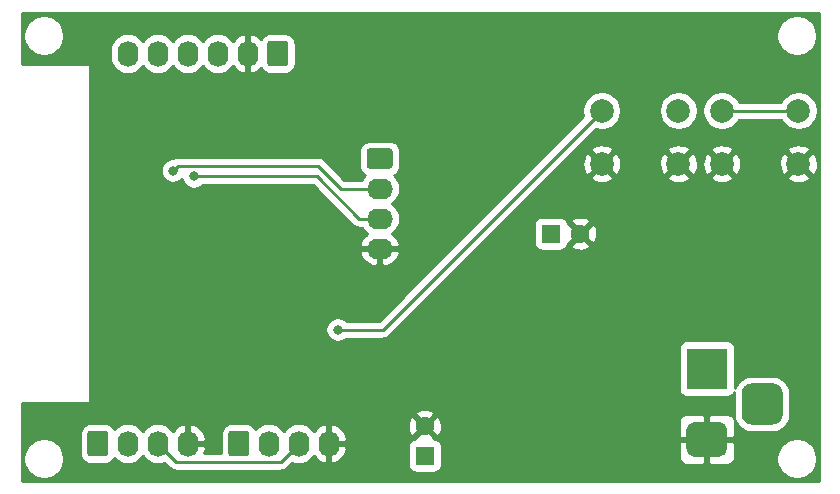
<source format=gbr>
%TF.GenerationSoftware,KiCad,Pcbnew,5.1.9+dfsg1-1*%
%TF.CreationDate,2021-12-22T14:02:19+01:00*%
%TF.ProjectId,lidar_board,6c696461-725f-4626-9f61-72642e6b6963,rev?*%
%TF.SameCoordinates,Original*%
%TF.FileFunction,Copper,L2,Bot*%
%TF.FilePolarity,Positive*%
%FSLAX46Y46*%
G04 Gerber Fmt 4.6, Leading zero omitted, Abs format (unit mm)*
G04 Created by KiCad (PCBNEW 5.1.9+dfsg1-1) date 2021-12-22 14:02:19*
%MOMM*%
%LPD*%
G01*
G04 APERTURE LIST*
%TA.AperFunction,ComponentPad*%
%ADD10C,1.600000*%
%TD*%
%TA.AperFunction,ComponentPad*%
%ADD11R,1.600000X1.600000*%
%TD*%
%TA.AperFunction,ComponentPad*%
%ADD12R,3.500000X3.500000*%
%TD*%
%TA.AperFunction,ComponentPad*%
%ADD13O,2.190000X1.740000*%
%TD*%
%TA.AperFunction,ComponentPad*%
%ADD14O,1.740000X2.190000*%
%TD*%
%TA.AperFunction,ComponentPad*%
%ADD15C,2.000000*%
%TD*%
%TA.AperFunction,ViaPad*%
%ADD16C,0.800000*%
%TD*%
%TA.AperFunction,Conductor*%
%ADD17C,0.250000*%
%TD*%
%TA.AperFunction,Conductor*%
%ADD18C,0.254000*%
%TD*%
%TA.AperFunction,Conductor*%
%ADD19C,0.100000*%
%TD*%
G04 APERTURE END LIST*
D10*
%TO.P,C1,2*%
%TO.N,GND*%
X167386000Y-111038000D03*
D11*
%TO.P,C1,1*%
%TO.N,+5V*%
X167386000Y-113538000D03*
%TD*%
%TO.P,C2,1*%
%TO.N,+3V3*%
X178054000Y-94742000D03*
D10*
%TO.P,C2,2*%
%TO.N,GND*%
X180554000Y-94742000D03*
%TD*%
D12*
%TO.P,J1,1*%
%TO.N,Net-(F1-Pad2)*%
X191262000Y-106172000D03*
%TO.P,J1,2*%
%TO.N,GND*%
%TA.AperFunction,ComponentPad*%
G36*
G01*
X192262000Y-113672000D02*
X190262000Y-113672000D01*
G75*
G02*
X189512000Y-112922000I0J750000D01*
G01*
X189512000Y-111422000D01*
G75*
G02*
X190262000Y-110672000I750000J0D01*
G01*
X192262000Y-110672000D01*
G75*
G02*
X193012000Y-111422000I0J-750000D01*
G01*
X193012000Y-112922000D01*
G75*
G02*
X192262000Y-113672000I-750000J0D01*
G01*
G37*
%TD.AperFunction*%
%TO.P,J1,3*%
%TO.N,N/C*%
%TA.AperFunction,ComponentPad*%
G36*
G01*
X196837000Y-110922000D02*
X195087000Y-110922000D01*
G75*
G02*
X194212000Y-110047000I0J875000D01*
G01*
X194212000Y-108297000D01*
G75*
G02*
X195087000Y-107422000I875000J0D01*
G01*
X196837000Y-107422000D01*
G75*
G02*
X197712000Y-108297000I0J-875000D01*
G01*
X197712000Y-110047000D01*
G75*
G02*
X196837000Y-110922000I-875000J0D01*
G01*
G37*
%TD.AperFunction*%
%TD*%
D13*
%TO.P,UART,4*%
%TO.N,GND*%
X163576000Y-96012000D03*
%TO.P,UART,3*%
%TO.N,/UART_MOSI*%
X163576000Y-93472000D03*
%TO.P,UART,2*%
%TO.N,/UART_MISO*%
X163576000Y-90932000D03*
%TO.P,UART,1*%
%TO.N,Net-(J2-Pad1)*%
%TA.AperFunction,ComponentPad*%
G36*
G01*
X162730999Y-87522000D02*
X164421001Y-87522000D01*
G75*
G02*
X164671000Y-87771999I0J-249999D01*
G01*
X164671000Y-89012001D01*
G75*
G02*
X164421001Y-89262000I-249999J0D01*
G01*
X162730999Y-89262000D01*
G75*
G02*
X162481000Y-89012001I0J249999D01*
G01*
X162481000Y-87771999D01*
G75*
G02*
X162730999Y-87522000I249999J0D01*
G01*
G37*
%TD.AperFunction*%
%TD*%
%TO.P,I2C,1*%
%TO.N,Net-(J3-Pad1)*%
%TA.AperFunction,ComponentPad*%
G36*
G01*
X150768000Y-113367001D02*
X150768000Y-111676999D01*
G75*
G02*
X151017999Y-111427000I249999J0D01*
G01*
X152258001Y-111427000D01*
G75*
G02*
X152508000Y-111676999I0J-249999D01*
G01*
X152508000Y-113367001D01*
G75*
G02*
X152258001Y-113617000I-249999J0D01*
G01*
X151017999Y-113617000D01*
G75*
G02*
X150768000Y-113367001I0J249999D01*
G01*
G37*
%TD.AperFunction*%
D14*
%TO.P,I2C,2*%
%TO.N,Net-(J3-Pad2)*%
X154178000Y-112522000D03*
%TO.P,I2C,3*%
%TO.N,Net-(J3-Pad3)*%
X156718000Y-112522000D03*
%TO.P,I2C,4*%
%TO.N,GND*%
X159258000Y-112522000D03*
%TD*%
%TO.P,I2C,1*%
%TO.N,Net-(J4-Pad1)*%
%TA.AperFunction,ComponentPad*%
G36*
G01*
X138830000Y-113367001D02*
X138830000Y-111676999D01*
G75*
G02*
X139079999Y-111427000I249999J0D01*
G01*
X140320001Y-111427000D01*
G75*
G02*
X140570000Y-111676999I0J-249999D01*
G01*
X140570000Y-113367001D01*
G75*
G02*
X140320001Y-113617000I-249999J0D01*
G01*
X139079999Y-113617000D01*
G75*
G02*
X138830000Y-113367001I0J249999D01*
G01*
G37*
%TD.AperFunction*%
%TO.P,I2C,2*%
%TO.N,Net-(J3-Pad2)*%
X142240000Y-112522000D03*
%TO.P,I2C,3*%
%TO.N,Net-(J3-Pad3)*%
X144780000Y-112522000D03*
%TO.P,I2C,4*%
%TO.N,GND*%
X147320000Y-112522000D03*
%TD*%
D15*
%TO.P,Reset,1*%
%TO.N,Net-(R3-Pad2)*%
X188872000Y-84328000D03*
%TO.P,Reset,2*%
%TO.N,GND*%
X188872000Y-88828000D03*
%TO.P,Reset,1*%
%TO.N,Net-(R3-Pad2)*%
X182372000Y-84328000D03*
%TO.P,Reset,2*%
%TO.N,GND*%
X182372000Y-88828000D03*
%TD*%
%TO.P,Boot,2*%
%TO.N,GND*%
X192532000Y-88828000D03*
%TO.P,Boot,1*%
%TO.N,Net-(SW2-Pad1)*%
X192532000Y-84328000D03*
%TO.P,Boot,2*%
%TO.N,GND*%
X199032000Y-88828000D03*
%TO.P,Boot,1*%
%TO.N,Net-(SW2-Pad1)*%
X199032000Y-84328000D03*
%TD*%
%TO.P,Lidar,1*%
%TO.N,+12V*%
%TA.AperFunction,ComponentPad*%
G36*
G01*
X155810000Y-78656999D02*
X155810000Y-80347001D01*
G75*
G02*
X155560001Y-80597000I-249999J0D01*
G01*
X154319999Y-80597000D01*
G75*
G02*
X154070000Y-80347001I0J249999D01*
G01*
X154070000Y-78656999D01*
G75*
G02*
X154319999Y-78407000I249999J0D01*
G01*
X155560001Y-78407000D01*
G75*
G02*
X155810000Y-78656999I0J-249999D01*
G01*
G37*
%TD.AperFunction*%
D14*
%TO.P,Lidar,2*%
%TO.N,GND*%
X152400000Y-79502000D03*
%TO.P,Lidar,3*%
%TO.N,/MOT-*%
X149860000Y-79502000D03*
%TO.P,Lidar,4*%
%TO.N,/LDS_TX*%
X147320000Y-79502000D03*
%TO.P,Lidar,5*%
%TO.N,+3V3*%
X144780000Y-79502000D03*
%TO.P,Lidar,6*%
%TO.N,Net-(J5-Pad6)*%
X142240000Y-79502000D03*
%TD*%
D16*
%TO.N,GND*%
X149606000Y-93980000D03*
X146050000Y-93980000D03*
X146050000Y-97536000D03*
X149606000Y-97536000D03*
X145542000Y-105664000D03*
X140335000Y-106045000D03*
X182118000Y-97536000D03*
X198628000Y-104394000D03*
X140335000Y-88773000D03*
X166878000Y-80772000D03*
%TO.N,/UART_MOSI*%
X147828000Y-89905000D03*
%TO.N,/UART_MISO*%
X146061000Y-89408000D03*
%TO.N,Net-(R3-Pad2)*%
X160020000Y-102870000D03*
%TD*%
D17*
%TO.N,/UART_MOSI*%
X147828000Y-89905000D02*
X158231000Y-89905000D01*
X161798000Y-93472000D02*
X163576000Y-93472000D01*
X158231000Y-89905000D02*
X161798000Y-93472000D01*
%TO.N,/UART_MISO*%
X146460999Y-89008001D02*
X158350001Y-89008001D01*
X146061000Y-89408000D02*
X146460999Y-89008001D01*
X160274000Y-90932000D02*
X163576000Y-90932000D01*
X158350001Y-89008001D02*
X160274000Y-90932000D01*
%TO.N,Net-(J3-Pad3)*%
X156718000Y-112522000D02*
X155194000Y-114046000D01*
X146304000Y-114046000D02*
X144780000Y-112522000D01*
X155194000Y-114046000D02*
X146304000Y-114046000D01*
%TO.N,Net-(R3-Pad2)*%
X163830000Y-102870000D02*
X182372000Y-84328000D01*
X160020000Y-102870000D02*
X163830000Y-102870000D01*
%TO.N,Net-(SW2-Pad1)*%
X199032000Y-84328000D02*
X192532000Y-84328000D01*
%TD*%
D18*
%TO.N,GND*%
X200762000Y-115672000D02*
X133248000Y-115672000D01*
X133248000Y-113621117D01*
X133393000Y-113621117D01*
X133393000Y-113962883D01*
X133459675Y-114298081D01*
X133590463Y-114613831D01*
X133780337Y-114897998D01*
X134022002Y-115139663D01*
X134306169Y-115329537D01*
X134621919Y-115460325D01*
X134957117Y-115527000D01*
X135298883Y-115527000D01*
X135634081Y-115460325D01*
X135949831Y-115329537D01*
X136233998Y-115139663D01*
X136475663Y-114897998D01*
X136665537Y-114613831D01*
X136796325Y-114298081D01*
X136863000Y-113962883D01*
X136863000Y-113621117D01*
X136796325Y-113285919D01*
X136665537Y-112970169D01*
X136475663Y-112686002D01*
X136233998Y-112444337D01*
X135949831Y-112254463D01*
X135634081Y-112123675D01*
X135298883Y-112057000D01*
X134957117Y-112057000D01*
X134621919Y-112123675D01*
X134306169Y-112254463D01*
X134022002Y-112444337D01*
X133780337Y-112686002D01*
X133590463Y-112970169D01*
X133459675Y-113285919D01*
X133393000Y-113621117D01*
X133248000Y-113621117D01*
X133248000Y-111676999D01*
X138191928Y-111676999D01*
X138191928Y-113367001D01*
X138208992Y-113540255D01*
X138259528Y-113706851D01*
X138341595Y-113860387D01*
X138452038Y-113994962D01*
X138586613Y-114105405D01*
X138740149Y-114187472D01*
X138906745Y-114238008D01*
X139079999Y-114255072D01*
X140320001Y-114255072D01*
X140493255Y-114238008D01*
X140659851Y-114187472D01*
X140813387Y-114105405D01*
X140947962Y-113994962D01*
X141058405Y-113860387D01*
X141116934Y-113750886D01*
X141170655Y-113816345D01*
X141399822Y-114004417D01*
X141661276Y-114144166D01*
X141944969Y-114230224D01*
X142240000Y-114259282D01*
X142535032Y-114230224D01*
X142818725Y-114144166D01*
X143080179Y-114004417D01*
X143309345Y-113816345D01*
X143497417Y-113587179D01*
X143510000Y-113563638D01*
X143522583Y-113587179D01*
X143710655Y-113816345D01*
X143939822Y-114004417D01*
X144201276Y-114144166D01*
X144484969Y-114230224D01*
X144780000Y-114259282D01*
X145075032Y-114230224D01*
X145334663Y-114151465D01*
X145740205Y-114557008D01*
X145763999Y-114586001D01*
X145792992Y-114609795D01*
X145792996Y-114609799D01*
X145863685Y-114667811D01*
X145879724Y-114680974D01*
X146011753Y-114751546D01*
X146155014Y-114795003D01*
X146266667Y-114806000D01*
X146266676Y-114806000D01*
X146303999Y-114809676D01*
X146341322Y-114806000D01*
X155156678Y-114806000D01*
X155194000Y-114809676D01*
X155231322Y-114806000D01*
X155231333Y-114806000D01*
X155342986Y-114795003D01*
X155486247Y-114751546D01*
X155618276Y-114680974D01*
X155734001Y-114586001D01*
X155757803Y-114556998D01*
X156163337Y-114151465D01*
X156422969Y-114230224D01*
X156718000Y-114259282D01*
X157013032Y-114230224D01*
X157296725Y-114144166D01*
X157558179Y-114004417D01*
X157787345Y-113816345D01*
X157975417Y-113587179D01*
X157990560Y-113558848D01*
X158083292Y-113699433D01*
X158291674Y-113910306D01*
X158537191Y-114076474D01*
X158810409Y-114191551D01*
X158897969Y-114208302D01*
X159131000Y-114087246D01*
X159131000Y-112649000D01*
X159385000Y-112649000D01*
X159385000Y-114087246D01*
X159618031Y-114208302D01*
X159705591Y-114191551D01*
X159978809Y-114076474D01*
X160224326Y-113910306D01*
X160432708Y-113699433D01*
X160595947Y-113451958D01*
X160707769Y-113177392D01*
X160763877Y-112886286D01*
X160666701Y-112738000D01*
X165947928Y-112738000D01*
X165947928Y-114338000D01*
X165960188Y-114462482D01*
X165996498Y-114582180D01*
X166055463Y-114692494D01*
X166134815Y-114789185D01*
X166231506Y-114868537D01*
X166341820Y-114927502D01*
X166461518Y-114963812D01*
X166586000Y-114976072D01*
X168186000Y-114976072D01*
X168310482Y-114963812D01*
X168430180Y-114927502D01*
X168540494Y-114868537D01*
X168637185Y-114789185D01*
X168716537Y-114692494D01*
X168775502Y-114582180D01*
X168811812Y-114462482D01*
X168824072Y-114338000D01*
X168824072Y-113672000D01*
X188873928Y-113672000D01*
X188886188Y-113796482D01*
X188922498Y-113916180D01*
X188981463Y-114026494D01*
X189060815Y-114123185D01*
X189157506Y-114202537D01*
X189267820Y-114261502D01*
X189387518Y-114297812D01*
X189512000Y-114310072D01*
X190976250Y-114307000D01*
X191135000Y-114148250D01*
X191135000Y-112299000D01*
X191389000Y-112299000D01*
X191389000Y-114148250D01*
X191547750Y-114307000D01*
X193012000Y-114310072D01*
X193136482Y-114297812D01*
X193256180Y-114261502D01*
X193366494Y-114202537D01*
X193463185Y-114123185D01*
X193542537Y-114026494D01*
X193601502Y-113916180D01*
X193637812Y-113796482D01*
X193650072Y-113672000D01*
X193649944Y-113621117D01*
X197147000Y-113621117D01*
X197147000Y-113962883D01*
X197213675Y-114298081D01*
X197344463Y-114613831D01*
X197534337Y-114897998D01*
X197776002Y-115139663D01*
X198060169Y-115329537D01*
X198375919Y-115460325D01*
X198711117Y-115527000D01*
X199052883Y-115527000D01*
X199388081Y-115460325D01*
X199703831Y-115329537D01*
X199987998Y-115139663D01*
X200229663Y-114897998D01*
X200419537Y-114613831D01*
X200550325Y-114298081D01*
X200617000Y-113962883D01*
X200617000Y-113621117D01*
X200550325Y-113285919D01*
X200419537Y-112970169D01*
X200229663Y-112686002D01*
X199987998Y-112444337D01*
X199703831Y-112254463D01*
X199388081Y-112123675D01*
X199052883Y-112057000D01*
X198711117Y-112057000D01*
X198375919Y-112123675D01*
X198060169Y-112254463D01*
X197776002Y-112444337D01*
X197534337Y-112686002D01*
X197344463Y-112970169D01*
X197213675Y-113285919D01*
X197147000Y-113621117D01*
X193649944Y-113621117D01*
X193647000Y-112457750D01*
X193488250Y-112299000D01*
X191389000Y-112299000D01*
X191135000Y-112299000D01*
X189035750Y-112299000D01*
X188877000Y-112457750D01*
X188873928Y-113672000D01*
X168824072Y-113672000D01*
X168824072Y-112738000D01*
X168811812Y-112613518D01*
X168775502Y-112493820D01*
X168716537Y-112383506D01*
X168637185Y-112286815D01*
X168540494Y-112207463D01*
X168430180Y-112148498D01*
X168310482Y-112112188D01*
X168186000Y-112099928D01*
X168178785Y-112099928D01*
X168199097Y-112030702D01*
X167386000Y-111217605D01*
X166572903Y-112030702D01*
X166593215Y-112099928D01*
X166586000Y-112099928D01*
X166461518Y-112112188D01*
X166341820Y-112148498D01*
X166231506Y-112207463D01*
X166134815Y-112286815D01*
X166055463Y-112383506D01*
X165996498Y-112493820D01*
X165960188Y-112613518D01*
X165947928Y-112738000D01*
X160666701Y-112738000D01*
X160608376Y-112649000D01*
X159385000Y-112649000D01*
X159131000Y-112649000D01*
X159111000Y-112649000D01*
X159111000Y-112395000D01*
X159131000Y-112395000D01*
X159131000Y-110956754D01*
X159385000Y-110956754D01*
X159385000Y-112395000D01*
X160608376Y-112395000D01*
X160763877Y-112157714D01*
X160707769Y-111866608D01*
X160595947Y-111592042D01*
X160432708Y-111344567D01*
X160224326Y-111133694D01*
X160187120Y-111108512D01*
X165945783Y-111108512D01*
X165987213Y-111388130D01*
X166082397Y-111654292D01*
X166149329Y-111779514D01*
X166393298Y-111851097D01*
X167206395Y-111038000D01*
X167565605Y-111038000D01*
X168378702Y-111851097D01*
X168622671Y-111779514D01*
X168743571Y-111524004D01*
X168812300Y-111249816D01*
X168826217Y-110967488D01*
X168784787Y-110687870D01*
X168779112Y-110672000D01*
X188873928Y-110672000D01*
X188877000Y-111886250D01*
X189035750Y-112045000D01*
X191135000Y-112045000D01*
X191135000Y-110195750D01*
X191389000Y-110195750D01*
X191389000Y-112045000D01*
X193488250Y-112045000D01*
X193647000Y-111886250D01*
X193650072Y-110672000D01*
X193637812Y-110547518D01*
X193601502Y-110427820D01*
X193542537Y-110317506D01*
X193463185Y-110220815D01*
X193366494Y-110141463D01*
X193256180Y-110082498D01*
X193136482Y-110046188D01*
X193012000Y-110033928D01*
X191547750Y-110037000D01*
X191389000Y-110195750D01*
X191135000Y-110195750D01*
X190976250Y-110037000D01*
X189512000Y-110033928D01*
X189387518Y-110046188D01*
X189267820Y-110082498D01*
X189157506Y-110141463D01*
X189060815Y-110220815D01*
X188981463Y-110317506D01*
X188922498Y-110427820D01*
X188886188Y-110547518D01*
X188873928Y-110672000D01*
X168779112Y-110672000D01*
X168689603Y-110421708D01*
X168622671Y-110296486D01*
X168378702Y-110224903D01*
X167565605Y-111038000D01*
X167206395Y-111038000D01*
X166393298Y-110224903D01*
X166149329Y-110296486D01*
X166028429Y-110551996D01*
X165959700Y-110826184D01*
X165945783Y-111108512D01*
X160187120Y-111108512D01*
X159978809Y-110967526D01*
X159705591Y-110852449D01*
X159618031Y-110835698D01*
X159385000Y-110956754D01*
X159131000Y-110956754D01*
X158897969Y-110835698D01*
X158810409Y-110852449D01*
X158537191Y-110967526D01*
X158291674Y-111133694D01*
X158083292Y-111344567D01*
X157990560Y-111485152D01*
X157975417Y-111456821D01*
X157787345Y-111227655D01*
X157558178Y-111039583D01*
X157296724Y-110899834D01*
X157013031Y-110813776D01*
X156718000Y-110784718D01*
X156422968Y-110813776D01*
X156139275Y-110899834D01*
X155877821Y-111039583D01*
X155648655Y-111227655D01*
X155460583Y-111456822D01*
X155448000Y-111480363D01*
X155435417Y-111456821D01*
X155247345Y-111227655D01*
X155018178Y-111039583D01*
X154756724Y-110899834D01*
X154473031Y-110813776D01*
X154178000Y-110784718D01*
X153882968Y-110813776D01*
X153599275Y-110899834D01*
X153337821Y-111039583D01*
X153108655Y-111227655D01*
X153054935Y-111293114D01*
X152996405Y-111183613D01*
X152885962Y-111049038D01*
X152751387Y-110938595D01*
X152597851Y-110856528D01*
X152431255Y-110805992D01*
X152258001Y-110788928D01*
X151017999Y-110788928D01*
X150844745Y-110805992D01*
X150678149Y-110856528D01*
X150524613Y-110938595D01*
X150390038Y-111049038D01*
X150279595Y-111183613D01*
X150197528Y-111337149D01*
X150146992Y-111503745D01*
X150129928Y-111676999D01*
X150129928Y-113286000D01*
X148725536Y-113286000D01*
X148769769Y-113177392D01*
X148825877Y-112886286D01*
X148670376Y-112649000D01*
X147447000Y-112649000D01*
X147447000Y-112669000D01*
X147193000Y-112669000D01*
X147193000Y-112649000D01*
X147173000Y-112649000D01*
X147173000Y-112395000D01*
X147193000Y-112395000D01*
X147193000Y-110956754D01*
X147447000Y-110956754D01*
X147447000Y-112395000D01*
X148670376Y-112395000D01*
X148825877Y-112157714D01*
X148769769Y-111866608D01*
X148657947Y-111592042D01*
X148494708Y-111344567D01*
X148286326Y-111133694D01*
X148040809Y-110967526D01*
X147767591Y-110852449D01*
X147680031Y-110835698D01*
X147447000Y-110956754D01*
X147193000Y-110956754D01*
X146959969Y-110835698D01*
X146872409Y-110852449D01*
X146599191Y-110967526D01*
X146353674Y-111133694D01*
X146145292Y-111344567D01*
X146052560Y-111485152D01*
X146037417Y-111456821D01*
X145849345Y-111227655D01*
X145620178Y-111039583D01*
X145358724Y-110899834D01*
X145075031Y-110813776D01*
X144780000Y-110784718D01*
X144484968Y-110813776D01*
X144201275Y-110899834D01*
X143939821Y-111039583D01*
X143710655Y-111227655D01*
X143522583Y-111456822D01*
X143510000Y-111480363D01*
X143497417Y-111456821D01*
X143309345Y-111227655D01*
X143080178Y-111039583D01*
X142818724Y-110899834D01*
X142535031Y-110813776D01*
X142240000Y-110784718D01*
X141944968Y-110813776D01*
X141661275Y-110899834D01*
X141399821Y-111039583D01*
X141170655Y-111227655D01*
X141116935Y-111293114D01*
X141058405Y-111183613D01*
X140947962Y-111049038D01*
X140813387Y-110938595D01*
X140659851Y-110856528D01*
X140493255Y-110805992D01*
X140320001Y-110788928D01*
X139079999Y-110788928D01*
X138906745Y-110805992D01*
X138740149Y-110856528D01*
X138586613Y-110938595D01*
X138452038Y-111049038D01*
X138341595Y-111183613D01*
X138259528Y-111337149D01*
X138208992Y-111503745D01*
X138191928Y-111676999D01*
X133248000Y-111676999D01*
X133248000Y-110045298D01*
X166572903Y-110045298D01*
X167386000Y-110858395D01*
X168199097Y-110045298D01*
X168127514Y-109801329D01*
X167872004Y-109680429D01*
X167597816Y-109611700D01*
X167315488Y-109597783D01*
X167035870Y-109639213D01*
X166769708Y-109734397D01*
X166644486Y-109801329D01*
X166572903Y-110045298D01*
X133248000Y-110045298D01*
X133248000Y-109093000D01*
X138922072Y-109093000D01*
X138946848Y-109090560D01*
X138970673Y-109083333D01*
X138992629Y-109071597D01*
X139011875Y-109055803D01*
X139027669Y-109036557D01*
X139039405Y-109014601D01*
X139046632Y-108990776D01*
X139049072Y-108966000D01*
X139049072Y-104422000D01*
X188873928Y-104422000D01*
X188873928Y-107922000D01*
X188886188Y-108046482D01*
X188922498Y-108166180D01*
X188981463Y-108276494D01*
X189060815Y-108373185D01*
X189157506Y-108452537D01*
X189267820Y-108511502D01*
X189387518Y-108547812D01*
X189512000Y-108560072D01*
X193012000Y-108560072D01*
X193136482Y-108547812D01*
X193256180Y-108511502D01*
X193366494Y-108452537D01*
X193463185Y-108373185D01*
X193542537Y-108276494D01*
X193583494Y-108199869D01*
X193573928Y-108297000D01*
X193573928Y-110047000D01*
X193603001Y-110342186D01*
X193689104Y-110626028D01*
X193828927Y-110887618D01*
X194017097Y-111116903D01*
X194246382Y-111305073D01*
X194507972Y-111444896D01*
X194791814Y-111530999D01*
X195087000Y-111560072D01*
X196837000Y-111560072D01*
X197132186Y-111530999D01*
X197416028Y-111444896D01*
X197677618Y-111305073D01*
X197906903Y-111116903D01*
X198095073Y-110887618D01*
X198234896Y-110626028D01*
X198320999Y-110342186D01*
X198350072Y-110047000D01*
X198350072Y-108297000D01*
X198320999Y-108001814D01*
X198234896Y-107717972D01*
X198095073Y-107456382D01*
X197906903Y-107227097D01*
X197677618Y-107038927D01*
X197416028Y-106899104D01*
X197132186Y-106813001D01*
X196837000Y-106783928D01*
X195087000Y-106783928D01*
X194791814Y-106813001D01*
X194507972Y-106899104D01*
X194246382Y-107038927D01*
X194017097Y-107227097D01*
X193828927Y-107456382D01*
X193689104Y-107717972D01*
X193650072Y-107846643D01*
X193650072Y-104422000D01*
X193637812Y-104297518D01*
X193601502Y-104177820D01*
X193542537Y-104067506D01*
X193463185Y-103970815D01*
X193366494Y-103891463D01*
X193256180Y-103832498D01*
X193136482Y-103796188D01*
X193012000Y-103783928D01*
X189512000Y-103783928D01*
X189387518Y-103796188D01*
X189267820Y-103832498D01*
X189157506Y-103891463D01*
X189060815Y-103970815D01*
X188981463Y-104067506D01*
X188922498Y-104177820D01*
X188886188Y-104297518D01*
X188873928Y-104422000D01*
X139049072Y-104422000D01*
X139049072Y-102768061D01*
X158985000Y-102768061D01*
X158985000Y-102971939D01*
X159024774Y-103171898D01*
X159102795Y-103360256D01*
X159216063Y-103529774D01*
X159360226Y-103673937D01*
X159529744Y-103787205D01*
X159718102Y-103865226D01*
X159918061Y-103905000D01*
X160121939Y-103905000D01*
X160321898Y-103865226D01*
X160510256Y-103787205D01*
X160679774Y-103673937D01*
X160723711Y-103630000D01*
X163792678Y-103630000D01*
X163830000Y-103633676D01*
X163867322Y-103630000D01*
X163867333Y-103630000D01*
X163978986Y-103619003D01*
X164122247Y-103575546D01*
X164254276Y-103504974D01*
X164370001Y-103410001D01*
X164393804Y-103380997D01*
X173832801Y-93942000D01*
X176615928Y-93942000D01*
X176615928Y-95542000D01*
X176628188Y-95666482D01*
X176664498Y-95786180D01*
X176723463Y-95896494D01*
X176802815Y-95993185D01*
X176899506Y-96072537D01*
X177009820Y-96131502D01*
X177129518Y-96167812D01*
X177254000Y-96180072D01*
X178854000Y-96180072D01*
X178978482Y-96167812D01*
X179098180Y-96131502D01*
X179208494Y-96072537D01*
X179305185Y-95993185D01*
X179384537Y-95896494D01*
X179443502Y-95786180D01*
X179459117Y-95734702D01*
X179740903Y-95734702D01*
X179812486Y-95978671D01*
X180067996Y-96099571D01*
X180342184Y-96168300D01*
X180624512Y-96182217D01*
X180904130Y-96140787D01*
X181170292Y-96045603D01*
X181295514Y-95978671D01*
X181367097Y-95734702D01*
X180554000Y-94921605D01*
X179740903Y-95734702D01*
X179459117Y-95734702D01*
X179479812Y-95666482D01*
X179492072Y-95542000D01*
X179492072Y-95534785D01*
X179561298Y-95555097D01*
X180374395Y-94742000D01*
X180733605Y-94742000D01*
X181546702Y-95555097D01*
X181790671Y-95483514D01*
X181911571Y-95228004D01*
X181980300Y-94953816D01*
X181994217Y-94671488D01*
X181952787Y-94391870D01*
X181857603Y-94125708D01*
X181790671Y-94000486D01*
X181546702Y-93928903D01*
X180733605Y-94742000D01*
X180374395Y-94742000D01*
X179561298Y-93928903D01*
X179492072Y-93949215D01*
X179492072Y-93942000D01*
X179479812Y-93817518D01*
X179459118Y-93749298D01*
X179740903Y-93749298D01*
X180554000Y-94562395D01*
X181367097Y-93749298D01*
X181295514Y-93505329D01*
X181040004Y-93384429D01*
X180765816Y-93315700D01*
X180483488Y-93301783D01*
X180203870Y-93343213D01*
X179937708Y-93438397D01*
X179812486Y-93505329D01*
X179740903Y-93749298D01*
X179459118Y-93749298D01*
X179443502Y-93697820D01*
X179384537Y-93587506D01*
X179305185Y-93490815D01*
X179208494Y-93411463D01*
X179098180Y-93352498D01*
X178978482Y-93316188D01*
X178854000Y-93303928D01*
X177254000Y-93303928D01*
X177129518Y-93316188D01*
X177009820Y-93352498D01*
X176899506Y-93411463D01*
X176802815Y-93490815D01*
X176723463Y-93587506D01*
X176664498Y-93697820D01*
X176628188Y-93817518D01*
X176615928Y-93942000D01*
X173832801Y-93942000D01*
X177811388Y-89963413D01*
X181416192Y-89963413D01*
X181511956Y-90227814D01*
X181801571Y-90368704D01*
X182113108Y-90450384D01*
X182434595Y-90469718D01*
X182753675Y-90425961D01*
X183058088Y-90320795D01*
X183232044Y-90227814D01*
X183327808Y-89963413D01*
X187916192Y-89963413D01*
X188011956Y-90227814D01*
X188301571Y-90368704D01*
X188613108Y-90450384D01*
X188934595Y-90469718D01*
X189253675Y-90425961D01*
X189558088Y-90320795D01*
X189732044Y-90227814D01*
X189827808Y-89963413D01*
X191576192Y-89963413D01*
X191671956Y-90227814D01*
X191961571Y-90368704D01*
X192273108Y-90450384D01*
X192594595Y-90469718D01*
X192913675Y-90425961D01*
X193218088Y-90320795D01*
X193392044Y-90227814D01*
X193487808Y-89963413D01*
X198076192Y-89963413D01*
X198171956Y-90227814D01*
X198461571Y-90368704D01*
X198773108Y-90450384D01*
X199094595Y-90469718D01*
X199413675Y-90425961D01*
X199718088Y-90320795D01*
X199892044Y-90227814D01*
X199987808Y-89963413D01*
X199032000Y-89007605D01*
X198076192Y-89963413D01*
X193487808Y-89963413D01*
X192532000Y-89007605D01*
X191576192Y-89963413D01*
X189827808Y-89963413D01*
X188872000Y-89007605D01*
X187916192Y-89963413D01*
X183327808Y-89963413D01*
X182372000Y-89007605D01*
X181416192Y-89963413D01*
X177811388Y-89963413D01*
X178884206Y-88890595D01*
X180730282Y-88890595D01*
X180774039Y-89209675D01*
X180879205Y-89514088D01*
X180972186Y-89688044D01*
X181236587Y-89783808D01*
X182192395Y-88828000D01*
X182551605Y-88828000D01*
X183507413Y-89783808D01*
X183771814Y-89688044D01*
X183912704Y-89398429D01*
X183994384Y-89086892D01*
X184006189Y-88890595D01*
X187230282Y-88890595D01*
X187274039Y-89209675D01*
X187379205Y-89514088D01*
X187472186Y-89688044D01*
X187736587Y-89783808D01*
X188692395Y-88828000D01*
X189051605Y-88828000D01*
X190007413Y-89783808D01*
X190271814Y-89688044D01*
X190412704Y-89398429D01*
X190494384Y-89086892D01*
X190506189Y-88890595D01*
X190890282Y-88890595D01*
X190934039Y-89209675D01*
X191039205Y-89514088D01*
X191132186Y-89688044D01*
X191396587Y-89783808D01*
X192352395Y-88828000D01*
X192711605Y-88828000D01*
X193667413Y-89783808D01*
X193931814Y-89688044D01*
X194072704Y-89398429D01*
X194154384Y-89086892D01*
X194166189Y-88890595D01*
X197390282Y-88890595D01*
X197434039Y-89209675D01*
X197539205Y-89514088D01*
X197632186Y-89688044D01*
X197896587Y-89783808D01*
X198852395Y-88828000D01*
X199211605Y-88828000D01*
X200167413Y-89783808D01*
X200431814Y-89688044D01*
X200572704Y-89398429D01*
X200654384Y-89086892D01*
X200673718Y-88765405D01*
X200629961Y-88446325D01*
X200524795Y-88141912D01*
X200431814Y-87967956D01*
X200167413Y-87872192D01*
X199211605Y-88828000D01*
X198852395Y-88828000D01*
X197896587Y-87872192D01*
X197632186Y-87967956D01*
X197491296Y-88257571D01*
X197409616Y-88569108D01*
X197390282Y-88890595D01*
X194166189Y-88890595D01*
X194173718Y-88765405D01*
X194129961Y-88446325D01*
X194024795Y-88141912D01*
X193931814Y-87967956D01*
X193667413Y-87872192D01*
X192711605Y-88828000D01*
X192352395Y-88828000D01*
X191396587Y-87872192D01*
X191132186Y-87967956D01*
X190991296Y-88257571D01*
X190909616Y-88569108D01*
X190890282Y-88890595D01*
X190506189Y-88890595D01*
X190513718Y-88765405D01*
X190469961Y-88446325D01*
X190364795Y-88141912D01*
X190271814Y-87967956D01*
X190007413Y-87872192D01*
X189051605Y-88828000D01*
X188692395Y-88828000D01*
X187736587Y-87872192D01*
X187472186Y-87967956D01*
X187331296Y-88257571D01*
X187249616Y-88569108D01*
X187230282Y-88890595D01*
X184006189Y-88890595D01*
X184013718Y-88765405D01*
X183969961Y-88446325D01*
X183864795Y-88141912D01*
X183771814Y-87967956D01*
X183507413Y-87872192D01*
X182551605Y-88828000D01*
X182192395Y-88828000D01*
X181236587Y-87872192D01*
X180972186Y-87967956D01*
X180831296Y-88257571D01*
X180749616Y-88569108D01*
X180730282Y-88890595D01*
X178884206Y-88890595D01*
X180082214Y-87692587D01*
X181416192Y-87692587D01*
X182372000Y-88648395D01*
X183327808Y-87692587D01*
X187916192Y-87692587D01*
X188872000Y-88648395D01*
X189827808Y-87692587D01*
X191576192Y-87692587D01*
X192532000Y-88648395D01*
X193487808Y-87692587D01*
X198076192Y-87692587D01*
X199032000Y-88648395D01*
X199987808Y-87692587D01*
X199892044Y-87428186D01*
X199602429Y-87287296D01*
X199290892Y-87205616D01*
X198969405Y-87186282D01*
X198650325Y-87230039D01*
X198345912Y-87335205D01*
X198171956Y-87428186D01*
X198076192Y-87692587D01*
X193487808Y-87692587D01*
X193392044Y-87428186D01*
X193102429Y-87287296D01*
X192790892Y-87205616D01*
X192469405Y-87186282D01*
X192150325Y-87230039D01*
X191845912Y-87335205D01*
X191671956Y-87428186D01*
X191576192Y-87692587D01*
X189827808Y-87692587D01*
X189732044Y-87428186D01*
X189442429Y-87287296D01*
X189130892Y-87205616D01*
X188809405Y-87186282D01*
X188490325Y-87230039D01*
X188185912Y-87335205D01*
X188011956Y-87428186D01*
X187916192Y-87692587D01*
X183327808Y-87692587D01*
X183232044Y-87428186D01*
X182942429Y-87287296D01*
X182630892Y-87205616D01*
X182309405Y-87186282D01*
X181990325Y-87230039D01*
X181685912Y-87335205D01*
X181511956Y-87428186D01*
X181416192Y-87692587D01*
X180082214Y-87692587D01*
X181880625Y-85894177D01*
X181895088Y-85900168D01*
X182210967Y-85963000D01*
X182533033Y-85963000D01*
X182848912Y-85900168D01*
X183146463Y-85776918D01*
X183414252Y-85597987D01*
X183641987Y-85370252D01*
X183820918Y-85102463D01*
X183944168Y-84804912D01*
X184007000Y-84489033D01*
X184007000Y-84166967D01*
X187237000Y-84166967D01*
X187237000Y-84489033D01*
X187299832Y-84804912D01*
X187423082Y-85102463D01*
X187602013Y-85370252D01*
X187829748Y-85597987D01*
X188097537Y-85776918D01*
X188395088Y-85900168D01*
X188710967Y-85963000D01*
X189033033Y-85963000D01*
X189348912Y-85900168D01*
X189646463Y-85776918D01*
X189914252Y-85597987D01*
X190141987Y-85370252D01*
X190320918Y-85102463D01*
X190444168Y-84804912D01*
X190507000Y-84489033D01*
X190507000Y-84166967D01*
X190897000Y-84166967D01*
X190897000Y-84489033D01*
X190959832Y-84804912D01*
X191083082Y-85102463D01*
X191262013Y-85370252D01*
X191489748Y-85597987D01*
X191757537Y-85776918D01*
X192055088Y-85900168D01*
X192370967Y-85963000D01*
X192693033Y-85963000D01*
X193008912Y-85900168D01*
X193306463Y-85776918D01*
X193574252Y-85597987D01*
X193801987Y-85370252D01*
X193980918Y-85102463D01*
X193986909Y-85088000D01*
X197577091Y-85088000D01*
X197583082Y-85102463D01*
X197762013Y-85370252D01*
X197989748Y-85597987D01*
X198257537Y-85776918D01*
X198555088Y-85900168D01*
X198870967Y-85963000D01*
X199193033Y-85963000D01*
X199508912Y-85900168D01*
X199806463Y-85776918D01*
X200074252Y-85597987D01*
X200301987Y-85370252D01*
X200480918Y-85102463D01*
X200604168Y-84804912D01*
X200667000Y-84489033D01*
X200667000Y-84166967D01*
X200604168Y-83851088D01*
X200480918Y-83553537D01*
X200301987Y-83285748D01*
X200074252Y-83058013D01*
X199806463Y-82879082D01*
X199508912Y-82755832D01*
X199193033Y-82693000D01*
X198870967Y-82693000D01*
X198555088Y-82755832D01*
X198257537Y-82879082D01*
X197989748Y-83058013D01*
X197762013Y-83285748D01*
X197583082Y-83553537D01*
X197577091Y-83568000D01*
X193986909Y-83568000D01*
X193980918Y-83553537D01*
X193801987Y-83285748D01*
X193574252Y-83058013D01*
X193306463Y-82879082D01*
X193008912Y-82755832D01*
X192693033Y-82693000D01*
X192370967Y-82693000D01*
X192055088Y-82755832D01*
X191757537Y-82879082D01*
X191489748Y-83058013D01*
X191262013Y-83285748D01*
X191083082Y-83553537D01*
X190959832Y-83851088D01*
X190897000Y-84166967D01*
X190507000Y-84166967D01*
X190444168Y-83851088D01*
X190320918Y-83553537D01*
X190141987Y-83285748D01*
X189914252Y-83058013D01*
X189646463Y-82879082D01*
X189348912Y-82755832D01*
X189033033Y-82693000D01*
X188710967Y-82693000D01*
X188395088Y-82755832D01*
X188097537Y-82879082D01*
X187829748Y-83058013D01*
X187602013Y-83285748D01*
X187423082Y-83553537D01*
X187299832Y-83851088D01*
X187237000Y-84166967D01*
X184007000Y-84166967D01*
X183944168Y-83851088D01*
X183820918Y-83553537D01*
X183641987Y-83285748D01*
X183414252Y-83058013D01*
X183146463Y-82879082D01*
X182848912Y-82755832D01*
X182533033Y-82693000D01*
X182210967Y-82693000D01*
X181895088Y-82755832D01*
X181597537Y-82879082D01*
X181329748Y-83058013D01*
X181102013Y-83285748D01*
X180923082Y-83553537D01*
X180799832Y-83851088D01*
X180737000Y-84166967D01*
X180737000Y-84489033D01*
X180799832Y-84804912D01*
X180805823Y-84819375D01*
X163515199Y-102110000D01*
X160723711Y-102110000D01*
X160679774Y-102066063D01*
X160510256Y-101952795D01*
X160321898Y-101874774D01*
X160121939Y-101835000D01*
X159918061Y-101835000D01*
X159718102Y-101874774D01*
X159529744Y-101952795D01*
X159360226Y-102066063D01*
X159216063Y-102210226D01*
X159102795Y-102379744D01*
X159024774Y-102568102D01*
X158985000Y-102768061D01*
X139049072Y-102768061D01*
X139049072Y-96372031D01*
X161889698Y-96372031D01*
X161906449Y-96459591D01*
X162021526Y-96732809D01*
X162187694Y-96978326D01*
X162398567Y-97186708D01*
X162646042Y-97349947D01*
X162920608Y-97461769D01*
X163211714Y-97517877D01*
X163449000Y-97362376D01*
X163449000Y-96139000D01*
X163703000Y-96139000D01*
X163703000Y-97362376D01*
X163940286Y-97517877D01*
X164231392Y-97461769D01*
X164505958Y-97349947D01*
X164753433Y-97186708D01*
X164964306Y-96978326D01*
X165130474Y-96732809D01*
X165245551Y-96459591D01*
X165262302Y-96372031D01*
X165141246Y-96139000D01*
X163703000Y-96139000D01*
X163449000Y-96139000D01*
X162010754Y-96139000D01*
X161889698Y-96372031D01*
X139049072Y-96372031D01*
X139049072Y-89306061D01*
X145026000Y-89306061D01*
X145026000Y-89509939D01*
X145065774Y-89709898D01*
X145143795Y-89898256D01*
X145257063Y-90067774D01*
X145401226Y-90211937D01*
X145570744Y-90325205D01*
X145759102Y-90403226D01*
X145959061Y-90443000D01*
X146162939Y-90443000D01*
X146362898Y-90403226D01*
X146551256Y-90325205D01*
X146720774Y-90211937D01*
X146815028Y-90117683D01*
X146832774Y-90206898D01*
X146910795Y-90395256D01*
X147024063Y-90564774D01*
X147168226Y-90708937D01*
X147337744Y-90822205D01*
X147526102Y-90900226D01*
X147726061Y-90940000D01*
X147929939Y-90940000D01*
X148129898Y-90900226D01*
X148318256Y-90822205D01*
X148487774Y-90708937D01*
X148531711Y-90665000D01*
X157916199Y-90665000D01*
X161234201Y-93983003D01*
X161257999Y-94012001D01*
X161373724Y-94106974D01*
X161505753Y-94177546D01*
X161649014Y-94221003D01*
X161760667Y-94232000D01*
X161760675Y-94232000D01*
X161798000Y-94235676D01*
X161835325Y-94232000D01*
X162050727Y-94232000D01*
X162093583Y-94312179D01*
X162281655Y-94541345D01*
X162510821Y-94729417D01*
X162539152Y-94744560D01*
X162398567Y-94837292D01*
X162187694Y-95045674D01*
X162021526Y-95291191D01*
X161906449Y-95564409D01*
X161889698Y-95651969D01*
X162010754Y-95885000D01*
X163449000Y-95885000D01*
X163449000Y-95865000D01*
X163703000Y-95865000D01*
X163703000Y-95885000D01*
X165141246Y-95885000D01*
X165262302Y-95651969D01*
X165245551Y-95564409D01*
X165130474Y-95291191D01*
X164964306Y-95045674D01*
X164753433Y-94837292D01*
X164612848Y-94744560D01*
X164641179Y-94729417D01*
X164870345Y-94541345D01*
X165058417Y-94312179D01*
X165198166Y-94050725D01*
X165284224Y-93767032D01*
X165313282Y-93472000D01*
X165284224Y-93176968D01*
X165198166Y-92893275D01*
X165058417Y-92631821D01*
X164870345Y-92402655D01*
X164641179Y-92214583D01*
X164617638Y-92202000D01*
X164641179Y-92189417D01*
X164870345Y-92001345D01*
X165058417Y-91772179D01*
X165198166Y-91510725D01*
X165284224Y-91227032D01*
X165313282Y-90932000D01*
X165284224Y-90636968D01*
X165198166Y-90353275D01*
X165058417Y-90091821D01*
X164870345Y-89862655D01*
X164804886Y-89808934D01*
X164914387Y-89750405D01*
X165048962Y-89639962D01*
X165159405Y-89505387D01*
X165241472Y-89351851D01*
X165292008Y-89185255D01*
X165309072Y-89012001D01*
X165309072Y-87771999D01*
X165292008Y-87598745D01*
X165241472Y-87432149D01*
X165159405Y-87278613D01*
X165048962Y-87144038D01*
X164914387Y-87033595D01*
X164760851Y-86951528D01*
X164594255Y-86900992D01*
X164421001Y-86883928D01*
X162730999Y-86883928D01*
X162557745Y-86900992D01*
X162391149Y-86951528D01*
X162237613Y-87033595D01*
X162103038Y-87144038D01*
X161992595Y-87278613D01*
X161910528Y-87432149D01*
X161859992Y-87598745D01*
X161842928Y-87771999D01*
X161842928Y-89012001D01*
X161859992Y-89185255D01*
X161910528Y-89351851D01*
X161992595Y-89505387D01*
X162103038Y-89639962D01*
X162237613Y-89750405D01*
X162347114Y-89808934D01*
X162281655Y-89862655D01*
X162093583Y-90091821D01*
X162050727Y-90172000D01*
X160588803Y-90172000D01*
X158913805Y-88497003D01*
X158890002Y-88468000D01*
X158774277Y-88373027D01*
X158642248Y-88302455D01*
X158498987Y-88258998D01*
X158387334Y-88248001D01*
X158387323Y-88248001D01*
X158350001Y-88244325D01*
X158312679Y-88248001D01*
X146498321Y-88248001D01*
X146460998Y-88244325D01*
X146423676Y-88248001D01*
X146423666Y-88248001D01*
X146312013Y-88258998D01*
X146168752Y-88302455D01*
X146036774Y-88373000D01*
X145959061Y-88373000D01*
X145759102Y-88412774D01*
X145570744Y-88490795D01*
X145401226Y-88604063D01*
X145257063Y-88748226D01*
X145143795Y-88917744D01*
X145065774Y-89106102D01*
X145026000Y-89306061D01*
X139049072Y-89306061D01*
X139049072Y-80518000D01*
X139046632Y-80493224D01*
X139039405Y-80469399D01*
X139027669Y-80447443D01*
X139011875Y-80428197D01*
X138992629Y-80412403D01*
X138970673Y-80400667D01*
X138946848Y-80393440D01*
X138922072Y-80391000D01*
X133248000Y-80391000D01*
X133248000Y-77807117D01*
X133393000Y-77807117D01*
X133393000Y-78148883D01*
X133459675Y-78484081D01*
X133590463Y-78799831D01*
X133780337Y-79083998D01*
X134022002Y-79325663D01*
X134306169Y-79515537D01*
X134621919Y-79646325D01*
X134957117Y-79713000D01*
X135298883Y-79713000D01*
X135634081Y-79646325D01*
X135949831Y-79515537D01*
X136233998Y-79325663D01*
X136356597Y-79203064D01*
X140735000Y-79203064D01*
X140735000Y-79800935D01*
X140756776Y-80022031D01*
X140842834Y-80305724D01*
X140982583Y-80567178D01*
X141170655Y-80796345D01*
X141399821Y-80984417D01*
X141661275Y-81124166D01*
X141944968Y-81210224D01*
X142240000Y-81239282D01*
X142535031Y-81210224D01*
X142818724Y-81124166D01*
X143080178Y-80984417D01*
X143309345Y-80796345D01*
X143497417Y-80567179D01*
X143510000Y-80543637D01*
X143522583Y-80567178D01*
X143710655Y-80796345D01*
X143939821Y-80984417D01*
X144201275Y-81124166D01*
X144484968Y-81210224D01*
X144780000Y-81239282D01*
X145075031Y-81210224D01*
X145358724Y-81124166D01*
X145620178Y-80984417D01*
X145849345Y-80796345D01*
X146037417Y-80567179D01*
X146050000Y-80543637D01*
X146062583Y-80567178D01*
X146250655Y-80796345D01*
X146479821Y-80984417D01*
X146741275Y-81124166D01*
X147024968Y-81210224D01*
X147320000Y-81239282D01*
X147615031Y-81210224D01*
X147898724Y-81124166D01*
X148160178Y-80984417D01*
X148389345Y-80796345D01*
X148577417Y-80567179D01*
X148590000Y-80543637D01*
X148602583Y-80567178D01*
X148790655Y-80796345D01*
X149019821Y-80984417D01*
X149281275Y-81124166D01*
X149564968Y-81210224D01*
X149860000Y-81239282D01*
X150155031Y-81210224D01*
X150438724Y-81124166D01*
X150700178Y-80984417D01*
X150929345Y-80796345D01*
X151117417Y-80567179D01*
X151132560Y-80538848D01*
X151225292Y-80679433D01*
X151433674Y-80890306D01*
X151679191Y-81056474D01*
X151952409Y-81171551D01*
X152039969Y-81188302D01*
X152273000Y-81067246D01*
X152273000Y-79629000D01*
X152253000Y-79629000D01*
X152253000Y-79375000D01*
X152273000Y-79375000D01*
X152273000Y-77936754D01*
X152527000Y-77936754D01*
X152527000Y-79375000D01*
X152547000Y-79375000D01*
X152547000Y-79629000D01*
X152527000Y-79629000D01*
X152527000Y-81067246D01*
X152760031Y-81188302D01*
X152847591Y-81171551D01*
X153120809Y-81056474D01*
X153366326Y-80890306D01*
X153523345Y-80731410D01*
X153581595Y-80840387D01*
X153692038Y-80974962D01*
X153826613Y-81085405D01*
X153980149Y-81167472D01*
X154146745Y-81218008D01*
X154319999Y-81235072D01*
X155560001Y-81235072D01*
X155733255Y-81218008D01*
X155899851Y-81167472D01*
X156053387Y-81085405D01*
X156187962Y-80974962D01*
X156298405Y-80840387D01*
X156380472Y-80686851D01*
X156431008Y-80520255D01*
X156448072Y-80347001D01*
X156448072Y-78656999D01*
X156431008Y-78483745D01*
X156380472Y-78317149D01*
X156298405Y-78163613D01*
X156187962Y-78029038D01*
X156053387Y-77918595D01*
X155899851Y-77836528D01*
X155802896Y-77807117D01*
X197147000Y-77807117D01*
X197147000Y-78148883D01*
X197213675Y-78484081D01*
X197344463Y-78799831D01*
X197534337Y-79083998D01*
X197776002Y-79325663D01*
X198060169Y-79515537D01*
X198375919Y-79646325D01*
X198711117Y-79713000D01*
X199052883Y-79713000D01*
X199388081Y-79646325D01*
X199703831Y-79515537D01*
X199987998Y-79325663D01*
X200229663Y-79083998D01*
X200419537Y-78799831D01*
X200550325Y-78484081D01*
X200617000Y-78148883D01*
X200617000Y-77807117D01*
X200550325Y-77471919D01*
X200419537Y-77156169D01*
X200229663Y-76872002D01*
X199987998Y-76630337D01*
X199703831Y-76440463D01*
X199388081Y-76309675D01*
X199052883Y-76243000D01*
X198711117Y-76243000D01*
X198375919Y-76309675D01*
X198060169Y-76440463D01*
X197776002Y-76630337D01*
X197534337Y-76872002D01*
X197344463Y-77156169D01*
X197213675Y-77471919D01*
X197147000Y-77807117D01*
X155802896Y-77807117D01*
X155733255Y-77785992D01*
X155560001Y-77768928D01*
X154319999Y-77768928D01*
X154146745Y-77785992D01*
X153980149Y-77836528D01*
X153826613Y-77918595D01*
X153692038Y-78029038D01*
X153581595Y-78163613D01*
X153523345Y-78272590D01*
X153366326Y-78113694D01*
X153120809Y-77947526D01*
X152847591Y-77832449D01*
X152760031Y-77815698D01*
X152527000Y-77936754D01*
X152273000Y-77936754D01*
X152039969Y-77815698D01*
X151952409Y-77832449D01*
X151679191Y-77947526D01*
X151433674Y-78113694D01*
X151225292Y-78324567D01*
X151132560Y-78465152D01*
X151117417Y-78436821D01*
X150929345Y-78207655D01*
X150700179Y-78019583D01*
X150438725Y-77879834D01*
X150155032Y-77793776D01*
X149860000Y-77764718D01*
X149564969Y-77793776D01*
X149281276Y-77879834D01*
X149019822Y-78019583D01*
X148790655Y-78207655D01*
X148602583Y-78436821D01*
X148590000Y-78460362D01*
X148577417Y-78436821D01*
X148389345Y-78207655D01*
X148160179Y-78019583D01*
X147898725Y-77879834D01*
X147615032Y-77793776D01*
X147320000Y-77764718D01*
X147024969Y-77793776D01*
X146741276Y-77879834D01*
X146479822Y-78019583D01*
X146250655Y-78207655D01*
X146062583Y-78436821D01*
X146050000Y-78460362D01*
X146037417Y-78436821D01*
X145849345Y-78207655D01*
X145620179Y-78019583D01*
X145358725Y-77879834D01*
X145075032Y-77793776D01*
X144780000Y-77764718D01*
X144484969Y-77793776D01*
X144201276Y-77879834D01*
X143939822Y-78019583D01*
X143710655Y-78207655D01*
X143522583Y-78436821D01*
X143510000Y-78460362D01*
X143497417Y-78436821D01*
X143309345Y-78207655D01*
X143080179Y-78019583D01*
X142818725Y-77879834D01*
X142535032Y-77793776D01*
X142240000Y-77764718D01*
X141944969Y-77793776D01*
X141661276Y-77879834D01*
X141399822Y-78019583D01*
X141170655Y-78207655D01*
X140982583Y-78436821D01*
X140842834Y-78698275D01*
X140756776Y-78981968D01*
X140735000Y-79203064D01*
X136356597Y-79203064D01*
X136475663Y-79083998D01*
X136665537Y-78799831D01*
X136796325Y-78484081D01*
X136863000Y-78148883D01*
X136863000Y-77807117D01*
X136796325Y-77471919D01*
X136665537Y-77156169D01*
X136475663Y-76872002D01*
X136233998Y-76630337D01*
X135949831Y-76440463D01*
X135634081Y-76309675D01*
X135298883Y-76243000D01*
X134957117Y-76243000D01*
X134621919Y-76309675D01*
X134306169Y-76440463D01*
X134022002Y-76630337D01*
X133780337Y-76872002D01*
X133590463Y-77156169D01*
X133459675Y-77471919D01*
X133393000Y-77807117D01*
X133248000Y-77807117D01*
X133248000Y-76098000D01*
X200762001Y-76098000D01*
X200762000Y-115672000D01*
%TA.AperFunction,Conductor*%
D19*
G36*
X200762000Y-115672000D02*
G01*
X133248000Y-115672000D01*
X133248000Y-113621117D01*
X133393000Y-113621117D01*
X133393000Y-113962883D01*
X133459675Y-114298081D01*
X133590463Y-114613831D01*
X133780337Y-114897998D01*
X134022002Y-115139663D01*
X134306169Y-115329537D01*
X134621919Y-115460325D01*
X134957117Y-115527000D01*
X135298883Y-115527000D01*
X135634081Y-115460325D01*
X135949831Y-115329537D01*
X136233998Y-115139663D01*
X136475663Y-114897998D01*
X136665537Y-114613831D01*
X136796325Y-114298081D01*
X136863000Y-113962883D01*
X136863000Y-113621117D01*
X136796325Y-113285919D01*
X136665537Y-112970169D01*
X136475663Y-112686002D01*
X136233998Y-112444337D01*
X135949831Y-112254463D01*
X135634081Y-112123675D01*
X135298883Y-112057000D01*
X134957117Y-112057000D01*
X134621919Y-112123675D01*
X134306169Y-112254463D01*
X134022002Y-112444337D01*
X133780337Y-112686002D01*
X133590463Y-112970169D01*
X133459675Y-113285919D01*
X133393000Y-113621117D01*
X133248000Y-113621117D01*
X133248000Y-111676999D01*
X138191928Y-111676999D01*
X138191928Y-113367001D01*
X138208992Y-113540255D01*
X138259528Y-113706851D01*
X138341595Y-113860387D01*
X138452038Y-113994962D01*
X138586613Y-114105405D01*
X138740149Y-114187472D01*
X138906745Y-114238008D01*
X139079999Y-114255072D01*
X140320001Y-114255072D01*
X140493255Y-114238008D01*
X140659851Y-114187472D01*
X140813387Y-114105405D01*
X140947962Y-113994962D01*
X141058405Y-113860387D01*
X141116934Y-113750886D01*
X141170655Y-113816345D01*
X141399822Y-114004417D01*
X141661276Y-114144166D01*
X141944969Y-114230224D01*
X142240000Y-114259282D01*
X142535032Y-114230224D01*
X142818725Y-114144166D01*
X143080179Y-114004417D01*
X143309345Y-113816345D01*
X143497417Y-113587179D01*
X143510000Y-113563638D01*
X143522583Y-113587179D01*
X143710655Y-113816345D01*
X143939822Y-114004417D01*
X144201276Y-114144166D01*
X144484969Y-114230224D01*
X144780000Y-114259282D01*
X145075032Y-114230224D01*
X145334663Y-114151465D01*
X145740205Y-114557008D01*
X145763999Y-114586001D01*
X145792992Y-114609795D01*
X145792996Y-114609799D01*
X145863685Y-114667811D01*
X145879724Y-114680974D01*
X146011753Y-114751546D01*
X146155014Y-114795003D01*
X146266667Y-114806000D01*
X146266676Y-114806000D01*
X146303999Y-114809676D01*
X146341322Y-114806000D01*
X155156678Y-114806000D01*
X155194000Y-114809676D01*
X155231322Y-114806000D01*
X155231333Y-114806000D01*
X155342986Y-114795003D01*
X155486247Y-114751546D01*
X155618276Y-114680974D01*
X155734001Y-114586001D01*
X155757803Y-114556998D01*
X156163337Y-114151465D01*
X156422969Y-114230224D01*
X156718000Y-114259282D01*
X157013032Y-114230224D01*
X157296725Y-114144166D01*
X157558179Y-114004417D01*
X157787345Y-113816345D01*
X157975417Y-113587179D01*
X157990560Y-113558848D01*
X158083292Y-113699433D01*
X158291674Y-113910306D01*
X158537191Y-114076474D01*
X158810409Y-114191551D01*
X158897969Y-114208302D01*
X159131000Y-114087246D01*
X159131000Y-112649000D01*
X159385000Y-112649000D01*
X159385000Y-114087246D01*
X159618031Y-114208302D01*
X159705591Y-114191551D01*
X159978809Y-114076474D01*
X160224326Y-113910306D01*
X160432708Y-113699433D01*
X160595947Y-113451958D01*
X160707769Y-113177392D01*
X160763877Y-112886286D01*
X160666701Y-112738000D01*
X165947928Y-112738000D01*
X165947928Y-114338000D01*
X165960188Y-114462482D01*
X165996498Y-114582180D01*
X166055463Y-114692494D01*
X166134815Y-114789185D01*
X166231506Y-114868537D01*
X166341820Y-114927502D01*
X166461518Y-114963812D01*
X166586000Y-114976072D01*
X168186000Y-114976072D01*
X168310482Y-114963812D01*
X168430180Y-114927502D01*
X168540494Y-114868537D01*
X168637185Y-114789185D01*
X168716537Y-114692494D01*
X168775502Y-114582180D01*
X168811812Y-114462482D01*
X168824072Y-114338000D01*
X168824072Y-113672000D01*
X188873928Y-113672000D01*
X188886188Y-113796482D01*
X188922498Y-113916180D01*
X188981463Y-114026494D01*
X189060815Y-114123185D01*
X189157506Y-114202537D01*
X189267820Y-114261502D01*
X189387518Y-114297812D01*
X189512000Y-114310072D01*
X190976250Y-114307000D01*
X191135000Y-114148250D01*
X191135000Y-112299000D01*
X191389000Y-112299000D01*
X191389000Y-114148250D01*
X191547750Y-114307000D01*
X193012000Y-114310072D01*
X193136482Y-114297812D01*
X193256180Y-114261502D01*
X193366494Y-114202537D01*
X193463185Y-114123185D01*
X193542537Y-114026494D01*
X193601502Y-113916180D01*
X193637812Y-113796482D01*
X193650072Y-113672000D01*
X193649944Y-113621117D01*
X197147000Y-113621117D01*
X197147000Y-113962883D01*
X197213675Y-114298081D01*
X197344463Y-114613831D01*
X197534337Y-114897998D01*
X197776002Y-115139663D01*
X198060169Y-115329537D01*
X198375919Y-115460325D01*
X198711117Y-115527000D01*
X199052883Y-115527000D01*
X199388081Y-115460325D01*
X199703831Y-115329537D01*
X199987998Y-115139663D01*
X200229663Y-114897998D01*
X200419537Y-114613831D01*
X200550325Y-114298081D01*
X200617000Y-113962883D01*
X200617000Y-113621117D01*
X200550325Y-113285919D01*
X200419537Y-112970169D01*
X200229663Y-112686002D01*
X199987998Y-112444337D01*
X199703831Y-112254463D01*
X199388081Y-112123675D01*
X199052883Y-112057000D01*
X198711117Y-112057000D01*
X198375919Y-112123675D01*
X198060169Y-112254463D01*
X197776002Y-112444337D01*
X197534337Y-112686002D01*
X197344463Y-112970169D01*
X197213675Y-113285919D01*
X197147000Y-113621117D01*
X193649944Y-113621117D01*
X193647000Y-112457750D01*
X193488250Y-112299000D01*
X191389000Y-112299000D01*
X191135000Y-112299000D01*
X189035750Y-112299000D01*
X188877000Y-112457750D01*
X188873928Y-113672000D01*
X168824072Y-113672000D01*
X168824072Y-112738000D01*
X168811812Y-112613518D01*
X168775502Y-112493820D01*
X168716537Y-112383506D01*
X168637185Y-112286815D01*
X168540494Y-112207463D01*
X168430180Y-112148498D01*
X168310482Y-112112188D01*
X168186000Y-112099928D01*
X168178785Y-112099928D01*
X168199097Y-112030702D01*
X167386000Y-111217605D01*
X166572903Y-112030702D01*
X166593215Y-112099928D01*
X166586000Y-112099928D01*
X166461518Y-112112188D01*
X166341820Y-112148498D01*
X166231506Y-112207463D01*
X166134815Y-112286815D01*
X166055463Y-112383506D01*
X165996498Y-112493820D01*
X165960188Y-112613518D01*
X165947928Y-112738000D01*
X160666701Y-112738000D01*
X160608376Y-112649000D01*
X159385000Y-112649000D01*
X159131000Y-112649000D01*
X159111000Y-112649000D01*
X159111000Y-112395000D01*
X159131000Y-112395000D01*
X159131000Y-110956754D01*
X159385000Y-110956754D01*
X159385000Y-112395000D01*
X160608376Y-112395000D01*
X160763877Y-112157714D01*
X160707769Y-111866608D01*
X160595947Y-111592042D01*
X160432708Y-111344567D01*
X160224326Y-111133694D01*
X160187120Y-111108512D01*
X165945783Y-111108512D01*
X165987213Y-111388130D01*
X166082397Y-111654292D01*
X166149329Y-111779514D01*
X166393298Y-111851097D01*
X167206395Y-111038000D01*
X167565605Y-111038000D01*
X168378702Y-111851097D01*
X168622671Y-111779514D01*
X168743571Y-111524004D01*
X168812300Y-111249816D01*
X168826217Y-110967488D01*
X168784787Y-110687870D01*
X168779112Y-110672000D01*
X188873928Y-110672000D01*
X188877000Y-111886250D01*
X189035750Y-112045000D01*
X191135000Y-112045000D01*
X191135000Y-110195750D01*
X191389000Y-110195750D01*
X191389000Y-112045000D01*
X193488250Y-112045000D01*
X193647000Y-111886250D01*
X193650072Y-110672000D01*
X193637812Y-110547518D01*
X193601502Y-110427820D01*
X193542537Y-110317506D01*
X193463185Y-110220815D01*
X193366494Y-110141463D01*
X193256180Y-110082498D01*
X193136482Y-110046188D01*
X193012000Y-110033928D01*
X191547750Y-110037000D01*
X191389000Y-110195750D01*
X191135000Y-110195750D01*
X190976250Y-110037000D01*
X189512000Y-110033928D01*
X189387518Y-110046188D01*
X189267820Y-110082498D01*
X189157506Y-110141463D01*
X189060815Y-110220815D01*
X188981463Y-110317506D01*
X188922498Y-110427820D01*
X188886188Y-110547518D01*
X188873928Y-110672000D01*
X168779112Y-110672000D01*
X168689603Y-110421708D01*
X168622671Y-110296486D01*
X168378702Y-110224903D01*
X167565605Y-111038000D01*
X167206395Y-111038000D01*
X166393298Y-110224903D01*
X166149329Y-110296486D01*
X166028429Y-110551996D01*
X165959700Y-110826184D01*
X165945783Y-111108512D01*
X160187120Y-111108512D01*
X159978809Y-110967526D01*
X159705591Y-110852449D01*
X159618031Y-110835698D01*
X159385000Y-110956754D01*
X159131000Y-110956754D01*
X158897969Y-110835698D01*
X158810409Y-110852449D01*
X158537191Y-110967526D01*
X158291674Y-111133694D01*
X158083292Y-111344567D01*
X157990560Y-111485152D01*
X157975417Y-111456821D01*
X157787345Y-111227655D01*
X157558178Y-111039583D01*
X157296724Y-110899834D01*
X157013031Y-110813776D01*
X156718000Y-110784718D01*
X156422968Y-110813776D01*
X156139275Y-110899834D01*
X155877821Y-111039583D01*
X155648655Y-111227655D01*
X155460583Y-111456822D01*
X155448000Y-111480363D01*
X155435417Y-111456821D01*
X155247345Y-111227655D01*
X155018178Y-111039583D01*
X154756724Y-110899834D01*
X154473031Y-110813776D01*
X154178000Y-110784718D01*
X153882968Y-110813776D01*
X153599275Y-110899834D01*
X153337821Y-111039583D01*
X153108655Y-111227655D01*
X153054935Y-111293114D01*
X152996405Y-111183613D01*
X152885962Y-111049038D01*
X152751387Y-110938595D01*
X152597851Y-110856528D01*
X152431255Y-110805992D01*
X152258001Y-110788928D01*
X151017999Y-110788928D01*
X150844745Y-110805992D01*
X150678149Y-110856528D01*
X150524613Y-110938595D01*
X150390038Y-111049038D01*
X150279595Y-111183613D01*
X150197528Y-111337149D01*
X150146992Y-111503745D01*
X150129928Y-111676999D01*
X150129928Y-113286000D01*
X148725536Y-113286000D01*
X148769769Y-113177392D01*
X148825877Y-112886286D01*
X148670376Y-112649000D01*
X147447000Y-112649000D01*
X147447000Y-112669000D01*
X147193000Y-112669000D01*
X147193000Y-112649000D01*
X147173000Y-112649000D01*
X147173000Y-112395000D01*
X147193000Y-112395000D01*
X147193000Y-110956754D01*
X147447000Y-110956754D01*
X147447000Y-112395000D01*
X148670376Y-112395000D01*
X148825877Y-112157714D01*
X148769769Y-111866608D01*
X148657947Y-111592042D01*
X148494708Y-111344567D01*
X148286326Y-111133694D01*
X148040809Y-110967526D01*
X147767591Y-110852449D01*
X147680031Y-110835698D01*
X147447000Y-110956754D01*
X147193000Y-110956754D01*
X146959969Y-110835698D01*
X146872409Y-110852449D01*
X146599191Y-110967526D01*
X146353674Y-111133694D01*
X146145292Y-111344567D01*
X146052560Y-111485152D01*
X146037417Y-111456821D01*
X145849345Y-111227655D01*
X145620178Y-111039583D01*
X145358724Y-110899834D01*
X145075031Y-110813776D01*
X144780000Y-110784718D01*
X144484968Y-110813776D01*
X144201275Y-110899834D01*
X143939821Y-111039583D01*
X143710655Y-111227655D01*
X143522583Y-111456822D01*
X143510000Y-111480363D01*
X143497417Y-111456821D01*
X143309345Y-111227655D01*
X143080178Y-111039583D01*
X142818724Y-110899834D01*
X142535031Y-110813776D01*
X142240000Y-110784718D01*
X141944968Y-110813776D01*
X141661275Y-110899834D01*
X141399821Y-111039583D01*
X141170655Y-111227655D01*
X141116935Y-111293114D01*
X141058405Y-111183613D01*
X140947962Y-111049038D01*
X140813387Y-110938595D01*
X140659851Y-110856528D01*
X140493255Y-110805992D01*
X140320001Y-110788928D01*
X139079999Y-110788928D01*
X138906745Y-110805992D01*
X138740149Y-110856528D01*
X138586613Y-110938595D01*
X138452038Y-111049038D01*
X138341595Y-111183613D01*
X138259528Y-111337149D01*
X138208992Y-111503745D01*
X138191928Y-111676999D01*
X133248000Y-111676999D01*
X133248000Y-110045298D01*
X166572903Y-110045298D01*
X167386000Y-110858395D01*
X168199097Y-110045298D01*
X168127514Y-109801329D01*
X167872004Y-109680429D01*
X167597816Y-109611700D01*
X167315488Y-109597783D01*
X167035870Y-109639213D01*
X166769708Y-109734397D01*
X166644486Y-109801329D01*
X166572903Y-110045298D01*
X133248000Y-110045298D01*
X133248000Y-109093000D01*
X138922072Y-109093000D01*
X138946848Y-109090560D01*
X138970673Y-109083333D01*
X138992629Y-109071597D01*
X139011875Y-109055803D01*
X139027669Y-109036557D01*
X139039405Y-109014601D01*
X139046632Y-108990776D01*
X139049072Y-108966000D01*
X139049072Y-104422000D01*
X188873928Y-104422000D01*
X188873928Y-107922000D01*
X188886188Y-108046482D01*
X188922498Y-108166180D01*
X188981463Y-108276494D01*
X189060815Y-108373185D01*
X189157506Y-108452537D01*
X189267820Y-108511502D01*
X189387518Y-108547812D01*
X189512000Y-108560072D01*
X193012000Y-108560072D01*
X193136482Y-108547812D01*
X193256180Y-108511502D01*
X193366494Y-108452537D01*
X193463185Y-108373185D01*
X193542537Y-108276494D01*
X193583494Y-108199869D01*
X193573928Y-108297000D01*
X193573928Y-110047000D01*
X193603001Y-110342186D01*
X193689104Y-110626028D01*
X193828927Y-110887618D01*
X194017097Y-111116903D01*
X194246382Y-111305073D01*
X194507972Y-111444896D01*
X194791814Y-111530999D01*
X195087000Y-111560072D01*
X196837000Y-111560072D01*
X197132186Y-111530999D01*
X197416028Y-111444896D01*
X197677618Y-111305073D01*
X197906903Y-111116903D01*
X198095073Y-110887618D01*
X198234896Y-110626028D01*
X198320999Y-110342186D01*
X198350072Y-110047000D01*
X198350072Y-108297000D01*
X198320999Y-108001814D01*
X198234896Y-107717972D01*
X198095073Y-107456382D01*
X197906903Y-107227097D01*
X197677618Y-107038927D01*
X197416028Y-106899104D01*
X197132186Y-106813001D01*
X196837000Y-106783928D01*
X195087000Y-106783928D01*
X194791814Y-106813001D01*
X194507972Y-106899104D01*
X194246382Y-107038927D01*
X194017097Y-107227097D01*
X193828927Y-107456382D01*
X193689104Y-107717972D01*
X193650072Y-107846643D01*
X193650072Y-104422000D01*
X193637812Y-104297518D01*
X193601502Y-104177820D01*
X193542537Y-104067506D01*
X193463185Y-103970815D01*
X193366494Y-103891463D01*
X193256180Y-103832498D01*
X193136482Y-103796188D01*
X193012000Y-103783928D01*
X189512000Y-103783928D01*
X189387518Y-103796188D01*
X189267820Y-103832498D01*
X189157506Y-103891463D01*
X189060815Y-103970815D01*
X188981463Y-104067506D01*
X188922498Y-104177820D01*
X188886188Y-104297518D01*
X188873928Y-104422000D01*
X139049072Y-104422000D01*
X139049072Y-102768061D01*
X158985000Y-102768061D01*
X158985000Y-102971939D01*
X159024774Y-103171898D01*
X159102795Y-103360256D01*
X159216063Y-103529774D01*
X159360226Y-103673937D01*
X159529744Y-103787205D01*
X159718102Y-103865226D01*
X159918061Y-103905000D01*
X160121939Y-103905000D01*
X160321898Y-103865226D01*
X160510256Y-103787205D01*
X160679774Y-103673937D01*
X160723711Y-103630000D01*
X163792678Y-103630000D01*
X163830000Y-103633676D01*
X163867322Y-103630000D01*
X163867333Y-103630000D01*
X163978986Y-103619003D01*
X164122247Y-103575546D01*
X164254276Y-103504974D01*
X164370001Y-103410001D01*
X164393804Y-103380997D01*
X173832801Y-93942000D01*
X176615928Y-93942000D01*
X176615928Y-95542000D01*
X176628188Y-95666482D01*
X176664498Y-95786180D01*
X176723463Y-95896494D01*
X176802815Y-95993185D01*
X176899506Y-96072537D01*
X177009820Y-96131502D01*
X177129518Y-96167812D01*
X177254000Y-96180072D01*
X178854000Y-96180072D01*
X178978482Y-96167812D01*
X179098180Y-96131502D01*
X179208494Y-96072537D01*
X179305185Y-95993185D01*
X179384537Y-95896494D01*
X179443502Y-95786180D01*
X179459117Y-95734702D01*
X179740903Y-95734702D01*
X179812486Y-95978671D01*
X180067996Y-96099571D01*
X180342184Y-96168300D01*
X180624512Y-96182217D01*
X180904130Y-96140787D01*
X181170292Y-96045603D01*
X181295514Y-95978671D01*
X181367097Y-95734702D01*
X180554000Y-94921605D01*
X179740903Y-95734702D01*
X179459117Y-95734702D01*
X179479812Y-95666482D01*
X179492072Y-95542000D01*
X179492072Y-95534785D01*
X179561298Y-95555097D01*
X180374395Y-94742000D01*
X180733605Y-94742000D01*
X181546702Y-95555097D01*
X181790671Y-95483514D01*
X181911571Y-95228004D01*
X181980300Y-94953816D01*
X181994217Y-94671488D01*
X181952787Y-94391870D01*
X181857603Y-94125708D01*
X181790671Y-94000486D01*
X181546702Y-93928903D01*
X180733605Y-94742000D01*
X180374395Y-94742000D01*
X179561298Y-93928903D01*
X179492072Y-93949215D01*
X179492072Y-93942000D01*
X179479812Y-93817518D01*
X179459118Y-93749298D01*
X179740903Y-93749298D01*
X180554000Y-94562395D01*
X181367097Y-93749298D01*
X181295514Y-93505329D01*
X181040004Y-93384429D01*
X180765816Y-93315700D01*
X180483488Y-93301783D01*
X180203870Y-93343213D01*
X179937708Y-93438397D01*
X179812486Y-93505329D01*
X179740903Y-93749298D01*
X179459118Y-93749298D01*
X179443502Y-93697820D01*
X179384537Y-93587506D01*
X179305185Y-93490815D01*
X179208494Y-93411463D01*
X179098180Y-93352498D01*
X178978482Y-93316188D01*
X178854000Y-93303928D01*
X177254000Y-93303928D01*
X177129518Y-93316188D01*
X177009820Y-93352498D01*
X176899506Y-93411463D01*
X176802815Y-93490815D01*
X176723463Y-93587506D01*
X176664498Y-93697820D01*
X176628188Y-93817518D01*
X176615928Y-93942000D01*
X173832801Y-93942000D01*
X177811388Y-89963413D01*
X181416192Y-89963413D01*
X181511956Y-90227814D01*
X181801571Y-90368704D01*
X182113108Y-90450384D01*
X182434595Y-90469718D01*
X182753675Y-90425961D01*
X183058088Y-90320795D01*
X183232044Y-90227814D01*
X183327808Y-89963413D01*
X187916192Y-89963413D01*
X188011956Y-90227814D01*
X188301571Y-90368704D01*
X188613108Y-90450384D01*
X188934595Y-90469718D01*
X189253675Y-90425961D01*
X189558088Y-90320795D01*
X189732044Y-90227814D01*
X189827808Y-89963413D01*
X191576192Y-89963413D01*
X191671956Y-90227814D01*
X191961571Y-90368704D01*
X192273108Y-90450384D01*
X192594595Y-90469718D01*
X192913675Y-90425961D01*
X193218088Y-90320795D01*
X193392044Y-90227814D01*
X193487808Y-89963413D01*
X198076192Y-89963413D01*
X198171956Y-90227814D01*
X198461571Y-90368704D01*
X198773108Y-90450384D01*
X199094595Y-90469718D01*
X199413675Y-90425961D01*
X199718088Y-90320795D01*
X199892044Y-90227814D01*
X199987808Y-89963413D01*
X199032000Y-89007605D01*
X198076192Y-89963413D01*
X193487808Y-89963413D01*
X192532000Y-89007605D01*
X191576192Y-89963413D01*
X189827808Y-89963413D01*
X188872000Y-89007605D01*
X187916192Y-89963413D01*
X183327808Y-89963413D01*
X182372000Y-89007605D01*
X181416192Y-89963413D01*
X177811388Y-89963413D01*
X178884206Y-88890595D01*
X180730282Y-88890595D01*
X180774039Y-89209675D01*
X180879205Y-89514088D01*
X180972186Y-89688044D01*
X181236587Y-89783808D01*
X182192395Y-88828000D01*
X182551605Y-88828000D01*
X183507413Y-89783808D01*
X183771814Y-89688044D01*
X183912704Y-89398429D01*
X183994384Y-89086892D01*
X184006189Y-88890595D01*
X187230282Y-88890595D01*
X187274039Y-89209675D01*
X187379205Y-89514088D01*
X187472186Y-89688044D01*
X187736587Y-89783808D01*
X188692395Y-88828000D01*
X189051605Y-88828000D01*
X190007413Y-89783808D01*
X190271814Y-89688044D01*
X190412704Y-89398429D01*
X190494384Y-89086892D01*
X190506189Y-88890595D01*
X190890282Y-88890595D01*
X190934039Y-89209675D01*
X191039205Y-89514088D01*
X191132186Y-89688044D01*
X191396587Y-89783808D01*
X192352395Y-88828000D01*
X192711605Y-88828000D01*
X193667413Y-89783808D01*
X193931814Y-89688044D01*
X194072704Y-89398429D01*
X194154384Y-89086892D01*
X194166189Y-88890595D01*
X197390282Y-88890595D01*
X197434039Y-89209675D01*
X197539205Y-89514088D01*
X197632186Y-89688044D01*
X197896587Y-89783808D01*
X198852395Y-88828000D01*
X199211605Y-88828000D01*
X200167413Y-89783808D01*
X200431814Y-89688044D01*
X200572704Y-89398429D01*
X200654384Y-89086892D01*
X200673718Y-88765405D01*
X200629961Y-88446325D01*
X200524795Y-88141912D01*
X200431814Y-87967956D01*
X200167413Y-87872192D01*
X199211605Y-88828000D01*
X198852395Y-88828000D01*
X197896587Y-87872192D01*
X197632186Y-87967956D01*
X197491296Y-88257571D01*
X197409616Y-88569108D01*
X197390282Y-88890595D01*
X194166189Y-88890595D01*
X194173718Y-88765405D01*
X194129961Y-88446325D01*
X194024795Y-88141912D01*
X193931814Y-87967956D01*
X193667413Y-87872192D01*
X192711605Y-88828000D01*
X192352395Y-88828000D01*
X191396587Y-87872192D01*
X191132186Y-87967956D01*
X190991296Y-88257571D01*
X190909616Y-88569108D01*
X190890282Y-88890595D01*
X190506189Y-88890595D01*
X190513718Y-88765405D01*
X190469961Y-88446325D01*
X190364795Y-88141912D01*
X190271814Y-87967956D01*
X190007413Y-87872192D01*
X189051605Y-88828000D01*
X188692395Y-88828000D01*
X187736587Y-87872192D01*
X187472186Y-87967956D01*
X187331296Y-88257571D01*
X187249616Y-88569108D01*
X187230282Y-88890595D01*
X184006189Y-88890595D01*
X184013718Y-88765405D01*
X183969961Y-88446325D01*
X183864795Y-88141912D01*
X183771814Y-87967956D01*
X183507413Y-87872192D01*
X182551605Y-88828000D01*
X182192395Y-88828000D01*
X181236587Y-87872192D01*
X180972186Y-87967956D01*
X180831296Y-88257571D01*
X180749616Y-88569108D01*
X180730282Y-88890595D01*
X178884206Y-88890595D01*
X180082214Y-87692587D01*
X181416192Y-87692587D01*
X182372000Y-88648395D01*
X183327808Y-87692587D01*
X187916192Y-87692587D01*
X188872000Y-88648395D01*
X189827808Y-87692587D01*
X191576192Y-87692587D01*
X192532000Y-88648395D01*
X193487808Y-87692587D01*
X198076192Y-87692587D01*
X199032000Y-88648395D01*
X199987808Y-87692587D01*
X199892044Y-87428186D01*
X199602429Y-87287296D01*
X199290892Y-87205616D01*
X198969405Y-87186282D01*
X198650325Y-87230039D01*
X198345912Y-87335205D01*
X198171956Y-87428186D01*
X198076192Y-87692587D01*
X193487808Y-87692587D01*
X193392044Y-87428186D01*
X193102429Y-87287296D01*
X192790892Y-87205616D01*
X192469405Y-87186282D01*
X192150325Y-87230039D01*
X191845912Y-87335205D01*
X191671956Y-87428186D01*
X191576192Y-87692587D01*
X189827808Y-87692587D01*
X189732044Y-87428186D01*
X189442429Y-87287296D01*
X189130892Y-87205616D01*
X188809405Y-87186282D01*
X188490325Y-87230039D01*
X188185912Y-87335205D01*
X188011956Y-87428186D01*
X187916192Y-87692587D01*
X183327808Y-87692587D01*
X183232044Y-87428186D01*
X182942429Y-87287296D01*
X182630892Y-87205616D01*
X182309405Y-87186282D01*
X181990325Y-87230039D01*
X181685912Y-87335205D01*
X181511956Y-87428186D01*
X181416192Y-87692587D01*
X180082214Y-87692587D01*
X181880625Y-85894177D01*
X181895088Y-85900168D01*
X182210967Y-85963000D01*
X182533033Y-85963000D01*
X182848912Y-85900168D01*
X183146463Y-85776918D01*
X183414252Y-85597987D01*
X183641987Y-85370252D01*
X183820918Y-85102463D01*
X183944168Y-84804912D01*
X184007000Y-84489033D01*
X184007000Y-84166967D01*
X187237000Y-84166967D01*
X187237000Y-84489033D01*
X187299832Y-84804912D01*
X187423082Y-85102463D01*
X187602013Y-85370252D01*
X187829748Y-85597987D01*
X188097537Y-85776918D01*
X188395088Y-85900168D01*
X188710967Y-85963000D01*
X189033033Y-85963000D01*
X189348912Y-85900168D01*
X189646463Y-85776918D01*
X189914252Y-85597987D01*
X190141987Y-85370252D01*
X190320918Y-85102463D01*
X190444168Y-84804912D01*
X190507000Y-84489033D01*
X190507000Y-84166967D01*
X190897000Y-84166967D01*
X190897000Y-84489033D01*
X190959832Y-84804912D01*
X191083082Y-85102463D01*
X191262013Y-85370252D01*
X191489748Y-85597987D01*
X191757537Y-85776918D01*
X192055088Y-85900168D01*
X192370967Y-85963000D01*
X192693033Y-85963000D01*
X193008912Y-85900168D01*
X193306463Y-85776918D01*
X193574252Y-85597987D01*
X193801987Y-85370252D01*
X193980918Y-85102463D01*
X193986909Y-85088000D01*
X197577091Y-85088000D01*
X197583082Y-85102463D01*
X197762013Y-85370252D01*
X197989748Y-85597987D01*
X198257537Y-85776918D01*
X198555088Y-85900168D01*
X198870967Y-85963000D01*
X199193033Y-85963000D01*
X199508912Y-85900168D01*
X199806463Y-85776918D01*
X200074252Y-85597987D01*
X200301987Y-85370252D01*
X200480918Y-85102463D01*
X200604168Y-84804912D01*
X200667000Y-84489033D01*
X200667000Y-84166967D01*
X200604168Y-83851088D01*
X200480918Y-83553537D01*
X200301987Y-83285748D01*
X200074252Y-83058013D01*
X199806463Y-82879082D01*
X199508912Y-82755832D01*
X199193033Y-82693000D01*
X198870967Y-82693000D01*
X198555088Y-82755832D01*
X198257537Y-82879082D01*
X197989748Y-83058013D01*
X197762013Y-83285748D01*
X197583082Y-83553537D01*
X197577091Y-83568000D01*
X193986909Y-83568000D01*
X193980918Y-83553537D01*
X193801987Y-83285748D01*
X193574252Y-83058013D01*
X193306463Y-82879082D01*
X193008912Y-82755832D01*
X192693033Y-82693000D01*
X192370967Y-82693000D01*
X192055088Y-82755832D01*
X191757537Y-82879082D01*
X191489748Y-83058013D01*
X191262013Y-83285748D01*
X191083082Y-83553537D01*
X190959832Y-83851088D01*
X190897000Y-84166967D01*
X190507000Y-84166967D01*
X190444168Y-83851088D01*
X190320918Y-83553537D01*
X190141987Y-83285748D01*
X189914252Y-83058013D01*
X189646463Y-82879082D01*
X189348912Y-82755832D01*
X189033033Y-82693000D01*
X188710967Y-82693000D01*
X188395088Y-82755832D01*
X188097537Y-82879082D01*
X187829748Y-83058013D01*
X187602013Y-83285748D01*
X187423082Y-83553537D01*
X187299832Y-83851088D01*
X187237000Y-84166967D01*
X184007000Y-84166967D01*
X183944168Y-83851088D01*
X183820918Y-83553537D01*
X183641987Y-83285748D01*
X183414252Y-83058013D01*
X183146463Y-82879082D01*
X182848912Y-82755832D01*
X182533033Y-82693000D01*
X182210967Y-82693000D01*
X181895088Y-82755832D01*
X181597537Y-82879082D01*
X181329748Y-83058013D01*
X181102013Y-83285748D01*
X180923082Y-83553537D01*
X180799832Y-83851088D01*
X180737000Y-84166967D01*
X180737000Y-84489033D01*
X180799832Y-84804912D01*
X180805823Y-84819375D01*
X163515199Y-102110000D01*
X160723711Y-102110000D01*
X160679774Y-102066063D01*
X160510256Y-101952795D01*
X160321898Y-101874774D01*
X160121939Y-101835000D01*
X159918061Y-101835000D01*
X159718102Y-101874774D01*
X159529744Y-101952795D01*
X159360226Y-102066063D01*
X159216063Y-102210226D01*
X159102795Y-102379744D01*
X159024774Y-102568102D01*
X158985000Y-102768061D01*
X139049072Y-102768061D01*
X139049072Y-96372031D01*
X161889698Y-96372031D01*
X161906449Y-96459591D01*
X162021526Y-96732809D01*
X162187694Y-96978326D01*
X162398567Y-97186708D01*
X162646042Y-97349947D01*
X162920608Y-97461769D01*
X163211714Y-97517877D01*
X163449000Y-97362376D01*
X163449000Y-96139000D01*
X163703000Y-96139000D01*
X163703000Y-97362376D01*
X163940286Y-97517877D01*
X164231392Y-97461769D01*
X164505958Y-97349947D01*
X164753433Y-97186708D01*
X164964306Y-96978326D01*
X165130474Y-96732809D01*
X165245551Y-96459591D01*
X165262302Y-96372031D01*
X165141246Y-96139000D01*
X163703000Y-96139000D01*
X163449000Y-96139000D01*
X162010754Y-96139000D01*
X161889698Y-96372031D01*
X139049072Y-96372031D01*
X139049072Y-89306061D01*
X145026000Y-89306061D01*
X145026000Y-89509939D01*
X145065774Y-89709898D01*
X145143795Y-89898256D01*
X145257063Y-90067774D01*
X145401226Y-90211937D01*
X145570744Y-90325205D01*
X145759102Y-90403226D01*
X145959061Y-90443000D01*
X146162939Y-90443000D01*
X146362898Y-90403226D01*
X146551256Y-90325205D01*
X146720774Y-90211937D01*
X146815028Y-90117683D01*
X146832774Y-90206898D01*
X146910795Y-90395256D01*
X147024063Y-90564774D01*
X147168226Y-90708937D01*
X147337744Y-90822205D01*
X147526102Y-90900226D01*
X147726061Y-90940000D01*
X147929939Y-90940000D01*
X148129898Y-90900226D01*
X148318256Y-90822205D01*
X148487774Y-90708937D01*
X148531711Y-90665000D01*
X157916199Y-90665000D01*
X161234201Y-93983003D01*
X161257999Y-94012001D01*
X161373724Y-94106974D01*
X161505753Y-94177546D01*
X161649014Y-94221003D01*
X161760667Y-94232000D01*
X161760675Y-94232000D01*
X161798000Y-94235676D01*
X161835325Y-94232000D01*
X162050727Y-94232000D01*
X162093583Y-94312179D01*
X162281655Y-94541345D01*
X162510821Y-94729417D01*
X162539152Y-94744560D01*
X162398567Y-94837292D01*
X162187694Y-95045674D01*
X162021526Y-95291191D01*
X161906449Y-95564409D01*
X161889698Y-95651969D01*
X162010754Y-95885000D01*
X163449000Y-95885000D01*
X163449000Y-95865000D01*
X163703000Y-95865000D01*
X163703000Y-95885000D01*
X165141246Y-95885000D01*
X165262302Y-95651969D01*
X165245551Y-95564409D01*
X165130474Y-95291191D01*
X164964306Y-95045674D01*
X164753433Y-94837292D01*
X164612848Y-94744560D01*
X164641179Y-94729417D01*
X164870345Y-94541345D01*
X165058417Y-94312179D01*
X165198166Y-94050725D01*
X165284224Y-93767032D01*
X165313282Y-93472000D01*
X165284224Y-93176968D01*
X165198166Y-92893275D01*
X165058417Y-92631821D01*
X164870345Y-92402655D01*
X164641179Y-92214583D01*
X164617638Y-92202000D01*
X164641179Y-92189417D01*
X164870345Y-92001345D01*
X165058417Y-91772179D01*
X165198166Y-91510725D01*
X165284224Y-91227032D01*
X165313282Y-90932000D01*
X165284224Y-90636968D01*
X165198166Y-90353275D01*
X165058417Y-90091821D01*
X164870345Y-89862655D01*
X164804886Y-89808934D01*
X164914387Y-89750405D01*
X165048962Y-89639962D01*
X165159405Y-89505387D01*
X165241472Y-89351851D01*
X165292008Y-89185255D01*
X165309072Y-89012001D01*
X165309072Y-87771999D01*
X165292008Y-87598745D01*
X165241472Y-87432149D01*
X165159405Y-87278613D01*
X165048962Y-87144038D01*
X164914387Y-87033595D01*
X164760851Y-86951528D01*
X164594255Y-86900992D01*
X164421001Y-86883928D01*
X162730999Y-86883928D01*
X162557745Y-86900992D01*
X162391149Y-86951528D01*
X162237613Y-87033595D01*
X162103038Y-87144038D01*
X161992595Y-87278613D01*
X161910528Y-87432149D01*
X161859992Y-87598745D01*
X161842928Y-87771999D01*
X161842928Y-89012001D01*
X161859992Y-89185255D01*
X161910528Y-89351851D01*
X161992595Y-89505387D01*
X162103038Y-89639962D01*
X162237613Y-89750405D01*
X162347114Y-89808934D01*
X162281655Y-89862655D01*
X162093583Y-90091821D01*
X162050727Y-90172000D01*
X160588803Y-90172000D01*
X158913805Y-88497003D01*
X158890002Y-88468000D01*
X158774277Y-88373027D01*
X158642248Y-88302455D01*
X158498987Y-88258998D01*
X158387334Y-88248001D01*
X158387323Y-88248001D01*
X158350001Y-88244325D01*
X158312679Y-88248001D01*
X146498321Y-88248001D01*
X146460998Y-88244325D01*
X146423676Y-88248001D01*
X146423666Y-88248001D01*
X146312013Y-88258998D01*
X146168752Y-88302455D01*
X146036774Y-88373000D01*
X145959061Y-88373000D01*
X145759102Y-88412774D01*
X145570744Y-88490795D01*
X145401226Y-88604063D01*
X145257063Y-88748226D01*
X145143795Y-88917744D01*
X145065774Y-89106102D01*
X145026000Y-89306061D01*
X139049072Y-89306061D01*
X139049072Y-80518000D01*
X139046632Y-80493224D01*
X139039405Y-80469399D01*
X139027669Y-80447443D01*
X139011875Y-80428197D01*
X138992629Y-80412403D01*
X138970673Y-80400667D01*
X138946848Y-80393440D01*
X138922072Y-80391000D01*
X133248000Y-80391000D01*
X133248000Y-77807117D01*
X133393000Y-77807117D01*
X133393000Y-78148883D01*
X133459675Y-78484081D01*
X133590463Y-78799831D01*
X133780337Y-79083998D01*
X134022002Y-79325663D01*
X134306169Y-79515537D01*
X134621919Y-79646325D01*
X134957117Y-79713000D01*
X135298883Y-79713000D01*
X135634081Y-79646325D01*
X135949831Y-79515537D01*
X136233998Y-79325663D01*
X136356597Y-79203064D01*
X140735000Y-79203064D01*
X140735000Y-79800935D01*
X140756776Y-80022031D01*
X140842834Y-80305724D01*
X140982583Y-80567178D01*
X141170655Y-80796345D01*
X141399821Y-80984417D01*
X141661275Y-81124166D01*
X141944968Y-81210224D01*
X142240000Y-81239282D01*
X142535031Y-81210224D01*
X142818724Y-81124166D01*
X143080178Y-80984417D01*
X143309345Y-80796345D01*
X143497417Y-80567179D01*
X143510000Y-80543637D01*
X143522583Y-80567178D01*
X143710655Y-80796345D01*
X143939821Y-80984417D01*
X144201275Y-81124166D01*
X144484968Y-81210224D01*
X144780000Y-81239282D01*
X145075031Y-81210224D01*
X145358724Y-81124166D01*
X145620178Y-80984417D01*
X145849345Y-80796345D01*
X146037417Y-80567179D01*
X146050000Y-80543637D01*
X146062583Y-80567178D01*
X146250655Y-80796345D01*
X146479821Y-80984417D01*
X146741275Y-81124166D01*
X147024968Y-81210224D01*
X147320000Y-81239282D01*
X147615031Y-81210224D01*
X147898724Y-81124166D01*
X148160178Y-80984417D01*
X148389345Y-80796345D01*
X148577417Y-80567179D01*
X148590000Y-80543637D01*
X148602583Y-80567178D01*
X148790655Y-80796345D01*
X149019821Y-80984417D01*
X149281275Y-81124166D01*
X149564968Y-81210224D01*
X149860000Y-81239282D01*
X150155031Y-81210224D01*
X150438724Y-81124166D01*
X150700178Y-80984417D01*
X150929345Y-80796345D01*
X151117417Y-80567179D01*
X151132560Y-80538848D01*
X151225292Y-80679433D01*
X151433674Y-80890306D01*
X151679191Y-81056474D01*
X151952409Y-81171551D01*
X152039969Y-81188302D01*
X152273000Y-81067246D01*
X152273000Y-79629000D01*
X152253000Y-79629000D01*
X152253000Y-79375000D01*
X152273000Y-79375000D01*
X152273000Y-77936754D01*
X152527000Y-77936754D01*
X152527000Y-79375000D01*
X152547000Y-79375000D01*
X152547000Y-79629000D01*
X152527000Y-79629000D01*
X152527000Y-81067246D01*
X152760031Y-81188302D01*
X152847591Y-81171551D01*
X153120809Y-81056474D01*
X153366326Y-80890306D01*
X153523345Y-80731410D01*
X153581595Y-80840387D01*
X153692038Y-80974962D01*
X153826613Y-81085405D01*
X153980149Y-81167472D01*
X154146745Y-81218008D01*
X154319999Y-81235072D01*
X155560001Y-81235072D01*
X155733255Y-81218008D01*
X155899851Y-81167472D01*
X156053387Y-81085405D01*
X156187962Y-80974962D01*
X156298405Y-80840387D01*
X156380472Y-80686851D01*
X156431008Y-80520255D01*
X156448072Y-80347001D01*
X156448072Y-78656999D01*
X156431008Y-78483745D01*
X156380472Y-78317149D01*
X156298405Y-78163613D01*
X156187962Y-78029038D01*
X156053387Y-77918595D01*
X155899851Y-77836528D01*
X155802896Y-77807117D01*
X197147000Y-77807117D01*
X197147000Y-78148883D01*
X197213675Y-78484081D01*
X197344463Y-78799831D01*
X197534337Y-79083998D01*
X197776002Y-79325663D01*
X198060169Y-79515537D01*
X198375919Y-79646325D01*
X198711117Y-79713000D01*
X199052883Y-79713000D01*
X199388081Y-79646325D01*
X199703831Y-79515537D01*
X199987998Y-79325663D01*
X200229663Y-79083998D01*
X200419537Y-78799831D01*
X200550325Y-78484081D01*
X200617000Y-78148883D01*
X200617000Y-77807117D01*
X200550325Y-77471919D01*
X200419537Y-77156169D01*
X200229663Y-76872002D01*
X199987998Y-76630337D01*
X199703831Y-76440463D01*
X199388081Y-76309675D01*
X199052883Y-76243000D01*
X198711117Y-76243000D01*
X198375919Y-76309675D01*
X198060169Y-76440463D01*
X197776002Y-76630337D01*
X197534337Y-76872002D01*
X197344463Y-77156169D01*
X197213675Y-77471919D01*
X197147000Y-77807117D01*
X155802896Y-77807117D01*
X155733255Y-77785992D01*
X155560001Y-77768928D01*
X154319999Y-77768928D01*
X154146745Y-77785992D01*
X153980149Y-77836528D01*
X153826613Y-77918595D01*
X153692038Y-78029038D01*
X153581595Y-78163613D01*
X153523345Y-78272590D01*
X153366326Y-78113694D01*
X153120809Y-77947526D01*
X152847591Y-77832449D01*
X152760031Y-77815698D01*
X152527000Y-77936754D01*
X152273000Y-77936754D01*
X152039969Y-77815698D01*
X151952409Y-77832449D01*
X151679191Y-77947526D01*
X151433674Y-78113694D01*
X151225292Y-78324567D01*
X151132560Y-78465152D01*
X151117417Y-78436821D01*
X150929345Y-78207655D01*
X150700179Y-78019583D01*
X150438725Y-77879834D01*
X150155032Y-77793776D01*
X149860000Y-77764718D01*
X149564969Y-77793776D01*
X149281276Y-77879834D01*
X149019822Y-78019583D01*
X148790655Y-78207655D01*
X148602583Y-78436821D01*
X148590000Y-78460362D01*
X148577417Y-78436821D01*
X148389345Y-78207655D01*
X148160179Y-78019583D01*
X147898725Y-77879834D01*
X147615032Y-77793776D01*
X147320000Y-77764718D01*
X147024969Y-77793776D01*
X146741276Y-77879834D01*
X146479822Y-78019583D01*
X146250655Y-78207655D01*
X146062583Y-78436821D01*
X146050000Y-78460362D01*
X146037417Y-78436821D01*
X145849345Y-78207655D01*
X145620179Y-78019583D01*
X145358725Y-77879834D01*
X145075032Y-77793776D01*
X144780000Y-77764718D01*
X144484969Y-77793776D01*
X144201276Y-77879834D01*
X143939822Y-78019583D01*
X143710655Y-78207655D01*
X143522583Y-78436821D01*
X143510000Y-78460362D01*
X143497417Y-78436821D01*
X143309345Y-78207655D01*
X143080179Y-78019583D01*
X142818725Y-77879834D01*
X142535032Y-77793776D01*
X142240000Y-77764718D01*
X141944969Y-77793776D01*
X141661276Y-77879834D01*
X141399822Y-78019583D01*
X141170655Y-78207655D01*
X140982583Y-78436821D01*
X140842834Y-78698275D01*
X140756776Y-78981968D01*
X140735000Y-79203064D01*
X136356597Y-79203064D01*
X136475663Y-79083998D01*
X136665537Y-78799831D01*
X136796325Y-78484081D01*
X136863000Y-78148883D01*
X136863000Y-77807117D01*
X136796325Y-77471919D01*
X136665537Y-77156169D01*
X136475663Y-76872002D01*
X136233998Y-76630337D01*
X135949831Y-76440463D01*
X135634081Y-76309675D01*
X135298883Y-76243000D01*
X134957117Y-76243000D01*
X134621919Y-76309675D01*
X134306169Y-76440463D01*
X134022002Y-76630337D01*
X133780337Y-76872002D01*
X133590463Y-77156169D01*
X133459675Y-77471919D01*
X133393000Y-77807117D01*
X133248000Y-77807117D01*
X133248000Y-76098000D01*
X200762001Y-76098000D01*
X200762000Y-115672000D01*
G37*
%TD.AperFunction*%
%TD*%
M02*

</source>
